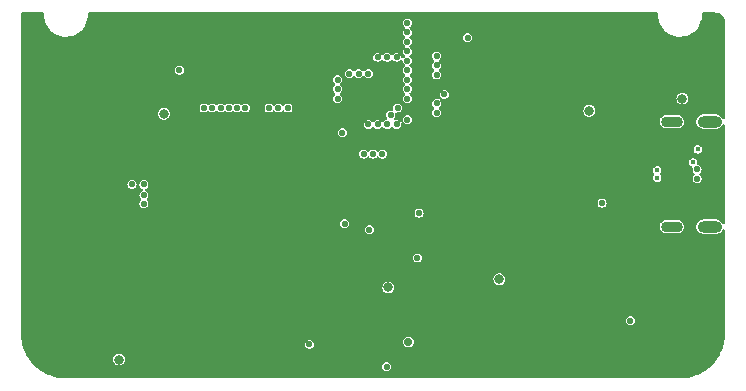
<source format=gbr>
%TF.GenerationSoftware,KiCad,Pcbnew,(6.0.9)*%
%TF.CreationDate,2022-12-01T07:32:15+10:00*%
%TF.ProjectId,NRF52Motherboard,4e524635-324d-46f7-9468-6572626f6172,rev?*%
%TF.SameCoordinates,Original*%
%TF.FileFunction,Copper,L2,Inr*%
%TF.FilePolarity,Positive*%
%FSLAX46Y46*%
G04 Gerber Fmt 4.6, Leading zero omitted, Abs format (unit mm)*
G04 Created by KiCad (PCBNEW (6.0.9)) date 2022-12-01 07:32:15*
%MOMM*%
%LPD*%
G01*
G04 APERTURE LIST*
%TA.AperFunction,ComponentPad*%
%ADD10C,6.400000*%
%TD*%
%TA.AperFunction,ComponentPad*%
%ADD11C,0.800000*%
%TD*%
%TA.AperFunction,ComponentPad*%
%ADD12O,2.050000X1.025000*%
%TD*%
%TA.AperFunction,ComponentPad*%
%ADD13O,1.850000X0.925000*%
%TD*%
%TA.AperFunction,ViaPad*%
%ADD14C,0.550000*%
%TD*%
%TA.AperFunction,ViaPad*%
%ADD15C,0.400000*%
%TD*%
%TA.AperFunction,ViaPad*%
%ADD16C,0.700000*%
%TD*%
%TA.AperFunction,ViaPad*%
%ADD17C,0.800000*%
%TD*%
G04 APERTURE END LIST*
D10*
%TO.N,GND*%
%TO.C,H2*%
X74000000Y-123200000D03*
D11*
X74000000Y-125600000D03*
X76400000Y-123200000D03*
X72302944Y-124897056D03*
X71600000Y-123200000D03*
X75697056Y-124897056D03*
X74000000Y-120800000D03*
X72302944Y-121502944D03*
X75697056Y-121502944D03*
%TD*%
%TO.N,GND*%
%TO.C,H4*%
X128400000Y-123200000D03*
X126000000Y-125600000D03*
X124302944Y-124897056D03*
X127697056Y-124897056D03*
X126000000Y-120800000D03*
X123600000Y-123200000D03*
X127697056Y-121502944D03*
X124302944Y-121502944D03*
D10*
X126000000Y-123200000D03*
%TD*%
D12*
%TO.N,unconnected-(J3-PadS1)*%
%TO.C,J3*%
X128500000Y-114150000D03*
X128500000Y-105250000D03*
D13*
X125300000Y-114150000D03*
X125300000Y-105250000D03*
%TD*%
D14*
%TO.N,GND*%
X96000000Y-97100500D03*
X83800000Y-117600000D03*
X77800000Y-116600000D03*
X90300000Y-104000000D03*
X78800000Y-116600000D03*
X75800000Y-116600000D03*
X117200000Y-113125000D03*
X112800000Y-122600000D03*
X71800000Y-116600000D03*
X74600000Y-113900000D03*
X99500000Y-117820000D03*
X93700000Y-113100000D03*
X95200000Y-106400000D03*
X74600000Y-111900000D03*
X88200000Y-106100000D03*
X127800000Y-99600000D03*
X117800000Y-106275000D03*
X93450000Y-101800000D03*
X85800000Y-115600000D03*
X93900000Y-115600000D03*
X90800000Y-112600000D03*
X90800000Y-110600000D03*
D15*
X96500000Y-115400000D03*
D14*
X71800000Y-106600000D03*
X117200000Y-106275000D03*
X116800000Y-125600000D03*
X80600000Y-109900000D03*
X84800000Y-116600000D03*
X74900000Y-110600000D03*
X70800000Y-103600000D03*
X70800000Y-114600000D03*
X70800000Y-106600000D03*
X86800000Y-123600000D03*
X90800000Y-114600000D03*
X102000000Y-110500000D03*
X84800000Y-119600000D03*
X89800000Y-110600000D03*
X88900000Y-105400000D03*
X79800000Y-115600000D03*
X109600000Y-120584000D03*
X82800000Y-109875000D03*
X70800000Y-104600000D03*
X117800000Y-111925000D03*
X117800000Y-108675000D03*
X74000000Y-101000000D03*
X118800000Y-99900000D03*
X99800000Y-102600000D03*
X117200000Y-113725000D03*
X82800000Y-108675000D03*
X85800000Y-124600000D03*
X114600000Y-104400000D03*
X71800000Y-115600000D03*
X97000000Y-105200000D03*
X82800000Y-117600000D03*
X82800000Y-105675000D03*
X97700000Y-111200000D03*
X87800000Y-125600000D03*
X94100000Y-97100500D03*
X97600000Y-105200000D03*
X70800000Y-110600000D03*
X93450000Y-106800000D03*
X82200000Y-111900000D03*
X104800000Y-107700000D03*
X90800000Y-111600000D03*
X82200000Y-106275000D03*
X121400000Y-119400000D03*
X71800000Y-110600000D03*
X82200000Y-112500000D03*
X81150000Y-118737500D03*
X82200000Y-108675000D03*
X71800000Y-100600000D03*
X118800000Y-99100000D03*
X122900000Y-115900000D03*
X109600000Y-116900000D03*
X86800000Y-125600000D03*
X117200000Y-111325000D03*
X107800000Y-124600000D03*
X96000000Y-96300000D03*
X83800000Y-118600000D03*
X97700000Y-110500000D03*
X106000000Y-107700000D03*
X85800000Y-102600000D03*
X87500000Y-106800000D03*
D15*
X97000000Y-116400000D03*
D16*
X119600000Y-109700000D03*
D14*
X74000000Y-103100000D03*
X71800000Y-103600000D03*
D15*
X126350000Y-106200000D03*
D14*
X117800000Y-106875000D03*
X86800000Y-115600000D03*
X114300000Y-117200000D03*
X86800000Y-114600000D03*
X98000000Y-125350000D03*
X87800000Y-123600000D03*
X78800000Y-113400000D03*
D15*
X109600000Y-100900000D03*
D14*
X82200000Y-113700000D03*
X117200000Y-106875000D03*
X89800000Y-113600000D03*
X82800000Y-109275000D03*
X112800000Y-125600000D03*
X105300000Y-96300000D03*
X79950000Y-122437500D03*
X107800000Y-126600000D03*
X82800000Y-108075000D03*
X87800000Y-115600000D03*
X92450000Y-101950000D03*
X109800000Y-119600000D03*
D15*
X125750000Y-113200000D03*
D14*
X87800000Y-114600000D03*
X95350000Y-96750000D03*
X110300000Y-116900000D03*
D15*
X125750000Y-106200000D03*
D14*
X122900000Y-111900000D03*
X87800000Y-113600000D03*
X104800000Y-118600000D03*
X117200000Y-108075000D03*
X70800000Y-111600000D03*
X84700000Y-109600000D03*
X96600000Y-96300000D03*
X82200000Y-107475000D03*
X82800000Y-113100000D03*
X111000000Y-116900000D03*
X116800000Y-126600000D03*
X71800000Y-112600000D03*
X117800000Y-113125000D03*
X82800000Y-113700000D03*
X117800000Y-105675000D03*
X98500000Y-103700000D03*
X122100000Y-119400000D03*
X94400000Y-113100000D03*
X96300000Y-105800000D03*
X106000000Y-107100000D03*
X71800000Y-114600000D03*
X112800000Y-120600000D03*
X95100000Y-113100000D03*
D15*
X125750000Y-106700000D03*
D14*
X123300000Y-106800000D03*
X95200000Y-108300000D03*
X105400000Y-107100000D03*
X117200000Y-105675000D03*
D15*
X109600000Y-96900000D03*
D14*
X75600000Y-109900000D03*
X97300000Y-113100000D03*
X97700000Y-109800000D03*
X78800000Y-114600000D03*
X77800000Y-117600000D03*
X70800000Y-105600000D03*
D15*
X109550000Y-102900000D03*
D14*
X70800000Y-102600000D03*
X78600000Y-109900000D03*
X92750000Y-107500000D03*
X128400000Y-101500000D03*
X91700000Y-102600000D03*
D15*
X96500000Y-116400000D03*
D14*
X96600000Y-113100000D03*
X79600000Y-109900000D03*
X109800000Y-117600000D03*
X90800000Y-113600000D03*
X104800000Y-117600000D03*
X111000000Y-120584000D03*
X97700000Y-109100000D03*
X117200000Y-112525000D03*
X116800000Y-124600000D03*
X94100000Y-96300000D03*
X82800000Y-111900000D03*
X88800000Y-111600000D03*
X74000000Y-107300000D03*
X82800000Y-106875000D03*
X117800000Y-113725000D03*
X70800000Y-117600000D03*
X70800000Y-101600000D03*
X117800000Y-110725000D03*
X70800000Y-100600000D03*
X79800000Y-117600000D03*
D15*
X97000000Y-115900000D03*
D14*
X112800000Y-121600000D03*
X76800000Y-116600000D03*
X94500000Y-108400000D03*
X92050000Y-108200000D03*
X117200000Y-107475000D03*
X86800000Y-124600000D03*
D15*
X97000000Y-115400000D03*
D14*
X113100000Y-117200000D03*
X94700000Y-97100500D03*
X122800000Y-99600000D03*
X105800000Y-118600000D03*
X75800000Y-117600000D03*
X80800000Y-117600000D03*
X71800000Y-101600000D03*
X85800000Y-101600000D03*
X78800000Y-115600000D03*
D15*
X125750000Y-112700000D03*
D14*
X71800000Y-102600000D03*
X107800000Y-125600000D03*
X119600000Y-118800000D03*
D15*
X126350000Y-113200000D03*
D14*
X83800000Y-115600000D03*
X123300000Y-115000000D03*
X70800000Y-115600000D03*
X89800000Y-111600000D03*
X88800000Y-114600000D03*
X81150000Y-119737500D03*
X104000000Y-96300000D03*
X71800000Y-105600000D03*
X117800000Y-107475000D03*
X82200000Y-113100000D03*
X117800000Y-108075000D03*
X88800000Y-115600000D03*
X96600000Y-97100500D03*
X85400000Y-108900000D03*
D15*
X96500000Y-115900000D03*
D14*
X70800000Y-113600000D03*
X71800000Y-104600000D03*
X71800000Y-111600000D03*
X123800000Y-99600000D03*
X117800000Y-111325000D03*
X94200000Y-107000000D03*
X126800000Y-118600000D03*
X74000000Y-105200000D03*
X103400000Y-96300000D03*
X112800000Y-124600000D03*
X78800000Y-117600000D03*
X97700000Y-111900000D03*
X84800000Y-120600000D03*
X112800000Y-119600000D03*
X100800000Y-101600000D03*
X82800000Y-112500000D03*
X84800000Y-118600000D03*
X81800000Y-117600000D03*
X85800000Y-125600000D03*
X118800000Y-100600000D03*
X95150000Y-109500000D03*
X93300000Y-111900000D03*
X78800000Y-112400000D03*
X81050000Y-124937500D03*
X82200000Y-111300000D03*
X71800000Y-113600000D03*
X91350000Y-108900000D03*
X95200000Y-105800000D03*
D15*
X109600000Y-98900000D03*
D14*
X70800000Y-107600000D03*
X101200000Y-110500000D03*
X91000000Y-103300000D03*
X97600000Y-120600000D03*
X76800000Y-117600000D03*
X115075000Y-117025000D03*
X95850000Y-109500000D03*
X95900000Y-113100000D03*
X82250000Y-120137500D03*
X71800000Y-107600000D03*
X89800000Y-114600000D03*
X100800000Y-102600000D03*
X70800000Y-116600000D03*
X82200000Y-109875000D03*
X93300000Y-109800000D03*
X82200000Y-108075000D03*
X86100000Y-108200000D03*
X93300000Y-111200000D03*
X94150000Y-106100000D03*
X93300000Y-112600000D03*
X86800000Y-107500000D03*
X105400000Y-108300000D03*
X94687500Y-125000000D03*
X112800000Y-126600000D03*
X120200000Y-111769500D03*
X120800000Y-119400000D03*
X71800000Y-117600000D03*
X77600000Y-109900000D03*
D16*
X106350000Y-111800000D03*
D14*
X88800000Y-112600000D03*
X117800000Y-112525000D03*
X97700000Y-112600000D03*
X87800000Y-124600000D03*
X84800000Y-117600000D03*
X82200000Y-105675000D03*
X91350000Y-108900000D03*
X117200000Y-111925000D03*
X117200000Y-110725000D03*
X113700000Y-117200000D03*
X70800000Y-112600000D03*
X70800000Y-109600000D03*
X85800000Y-116600000D03*
X114000000Y-112500000D03*
X70800000Y-108600000D03*
X79800000Y-116600000D03*
X82200000Y-106875000D03*
X93300000Y-109100000D03*
X82800000Y-106275000D03*
X71800000Y-108600000D03*
X88800000Y-113600000D03*
X74800000Y-116600000D03*
X98012500Y-124750000D03*
X117300000Y-118800000D03*
X85800000Y-123600000D03*
X89600000Y-104700000D03*
X90800000Y-109600000D03*
X110300000Y-120584000D03*
X93900000Y-108700000D03*
D15*
X97600000Y-117100000D03*
D14*
X82200000Y-109275000D03*
X106000000Y-108300000D03*
X74600000Y-112900000D03*
X94700000Y-96300000D03*
X76600000Y-109900000D03*
X120100000Y-119400000D03*
X105900000Y-96300000D03*
X117200000Y-108675000D03*
X82800000Y-107475000D03*
X82800000Y-111300000D03*
X84800000Y-115600000D03*
X86800000Y-101600000D03*
X97000000Y-120600000D03*
X105800000Y-117600000D03*
X94450000Y-101800000D03*
X89800000Y-112600000D03*
X93300000Y-110500000D03*
X105400000Y-107700000D03*
X71800000Y-109600000D03*
D17*
%TO.N,VCC*%
X118318432Y-104325500D03*
X101300000Y-119300000D03*
X110700000Y-118600000D03*
X78500000Y-125400000D03*
X126200000Y-103300000D03*
D16*
%TO.N,+5V*%
X103000000Y-123900000D03*
D14*
X121800000Y-122100000D03*
D17*
%TO.N,+3V3*%
X82300000Y-104600000D03*
D14*
%TO.N,3V3A*%
X80600000Y-110575000D03*
X79600000Y-110575000D03*
%TO.N,NRF_SWO*%
X108009250Y-98153376D03*
X102900000Y-100100000D03*
%TO.N,~{NRF_RESET}*%
X102900000Y-103300000D03*
%TO.N,USB_CONN_D+*%
X127442735Y-109300000D03*
D15*
X124063613Y-109375000D03*
%TO.N,USB_CONN_D-*%
X124063613Y-110025000D03*
D14*
X127442735Y-110100000D03*
D15*
%TO.N,/CC2*%
X127500000Y-107600000D03*
X127100000Y-108700000D03*
D14*
%TO.N,SCL*%
X99200000Y-108000000D03*
%TO.N,SDA*%
X100000000Y-108000000D03*
%TO.N,AIN2*%
X80600000Y-111500000D03*
%TO.N,P1.09*%
X103900000Y-113000000D03*
X100800000Y-108000000D03*
%TO.N,P0.26*%
X97400000Y-106200000D03*
X119400000Y-112150000D03*
%TO.N,AIN3*%
X80600000Y-112200000D03*
%TO.N,P1.08*%
X100400000Y-105500000D03*
%TO.N,P0.11*%
X101200000Y-105500000D03*
%TO.N,P0.12*%
X102000000Y-105500000D03*
%TO.N,AIN6*%
X92800000Y-104100000D03*
%TO.N,AIN7*%
X92000000Y-104100000D03*
%TO.N,AIN5*%
X91200000Y-104100000D03*
%TO.N,P1.15*%
X89200000Y-104100000D03*
%TO.N,P1.13*%
X87800000Y-104100000D03*
%TO.N,P1.11*%
X86400000Y-104100000D03*
%TO.N,AIN4*%
X97000000Y-103300000D03*
%TO.N,AIN0*%
X97000000Y-102500000D03*
%TO.N,AIN1*%
X97000000Y-101700000D03*
%TO.N,P1.14*%
X88500000Y-104100000D03*
%TO.N,P1.12*%
X87100000Y-104100000D03*
%TO.N,P0.14*%
X102900000Y-105100000D03*
%TO.N,P0.19*%
X102900000Y-102500000D03*
%TO.N,P0.21*%
X102900000Y-101700000D03*
%TO.N,P0.23*%
X102900000Y-100900000D03*
%TO.N,P0.25*%
X102900000Y-99300000D03*
%TO.N,P1.02*%
X102900000Y-98500000D03*
%TO.N,NFC1*%
X102900000Y-97700000D03*
%TO.N,NFC2*%
X102900000Y-96900000D03*
%TO.N,P0.17*%
X106050000Y-102950000D03*
%TO.N,P0.20*%
X105400000Y-101300000D03*
%TO.N,P0.22*%
X105400000Y-100500000D03*
%TO.N,P0.24*%
X105400000Y-99700000D03*
%TO.N,P1.10*%
X85700000Y-104100000D03*
%TO.N,P1.04*%
X98000000Y-101200000D03*
%TO.N,P1.06*%
X98800000Y-101200000D03*
%TO.N,P1.07*%
X99600000Y-101200000D03*
%TO.N,P1.05*%
X100400000Y-99800000D03*
%TO.N,P1.03*%
X101200000Y-99800000D03*
%TO.N,P1.01*%
X102000000Y-99800000D03*
%TO.N,P0.16*%
X102100000Y-104100000D03*
%TO.N,P0.13*%
X105400000Y-104500000D03*
X101500000Y-104700000D03*
X83600000Y-100900000D03*
%TO.N,P0.15*%
X105400000Y-103700000D03*
%TO.N,P0.07*%
X99600000Y-105500000D03*
%TO.N,/P0.27*%
X99700000Y-114400000D03*
X97600000Y-113900000D03*
%TO.N,~{CHARGE}*%
X101150000Y-126000000D03*
X94612500Y-124100000D03*
X103750000Y-116800000D03*
%TD*%
%TA.AperFunction,Conductor*%
%TO.N,GND*%
G36*
X72088767Y-96020002D02*
G01*
X72135260Y-96073658D01*
X72146490Y-96132265D01*
X72141258Y-96237371D01*
X72141018Y-96242186D01*
X72166579Y-96510100D01*
X72167664Y-96514534D01*
X72167665Y-96514540D01*
X72208884Y-96682988D01*
X72230547Y-96771518D01*
X72331583Y-97020963D01*
X72467569Y-97253210D01*
X72635658Y-97463395D01*
X72832327Y-97647113D01*
X73053457Y-97800516D01*
X73294416Y-97920391D01*
X73298750Y-97921812D01*
X73298753Y-97921813D01*
X73545823Y-98002807D01*
X73545829Y-98002808D01*
X73550156Y-98004227D01*
X73554647Y-98005007D01*
X73554648Y-98005007D01*
X73811538Y-98049611D01*
X73811546Y-98049612D01*
X73815319Y-98050267D01*
X73819156Y-98050458D01*
X73898777Y-98054422D01*
X73898785Y-98054422D01*
X73900348Y-98054500D01*
X74068374Y-98054500D01*
X74070642Y-98054335D01*
X74070654Y-98054335D01*
X74207107Y-98044434D01*
X74268425Y-98039985D01*
X74272880Y-98039001D01*
X74272883Y-98039001D01*
X74526770Y-97982947D01*
X74526772Y-97982946D01*
X74531226Y-97981963D01*
X74782900Y-97886613D01*
X74870372Y-97838027D01*
X75014179Y-97758149D01*
X75014180Y-97758148D01*
X75018172Y-97755931D01*
X75164842Y-97643996D01*
X75228491Y-97595421D01*
X75228495Y-97595417D01*
X75232116Y-97592654D01*
X75243249Y-97581266D01*
X75417063Y-97403462D01*
X75420249Y-97400203D01*
X75481707Y-97315769D01*
X75575942Y-97186304D01*
X75575947Y-97186297D01*
X75578630Y-97182610D01*
X75703941Y-96944433D01*
X75793557Y-96690662D01*
X75818688Y-96563156D01*
X75844720Y-96431083D01*
X75844721Y-96431077D01*
X75845601Y-96426611D01*
X75845828Y-96422055D01*
X75858755Y-96162383D01*
X75858755Y-96162377D01*
X75858982Y-96157814D01*
X75857088Y-96137967D01*
X75870528Y-96068257D01*
X75919524Y-96016877D01*
X75982518Y-96000000D01*
X124020646Y-96000000D01*
X124088767Y-96020002D01*
X124135260Y-96073658D01*
X124146490Y-96132265D01*
X124141258Y-96237371D01*
X124141018Y-96242186D01*
X124166579Y-96510100D01*
X124167664Y-96514534D01*
X124167665Y-96514540D01*
X124208884Y-96682988D01*
X124230547Y-96771518D01*
X124331583Y-97020963D01*
X124467569Y-97253210D01*
X124635658Y-97463395D01*
X124832327Y-97647113D01*
X125053457Y-97800516D01*
X125294416Y-97920391D01*
X125298750Y-97921812D01*
X125298753Y-97921813D01*
X125545823Y-98002807D01*
X125545829Y-98002808D01*
X125550156Y-98004227D01*
X125554647Y-98005007D01*
X125554648Y-98005007D01*
X125811538Y-98049611D01*
X125811546Y-98049612D01*
X125815319Y-98050267D01*
X125819156Y-98050458D01*
X125898777Y-98054422D01*
X125898785Y-98054422D01*
X125900348Y-98054500D01*
X126068374Y-98054500D01*
X126070642Y-98054335D01*
X126070654Y-98054335D01*
X126207107Y-98044434D01*
X126268425Y-98039985D01*
X126272880Y-98039001D01*
X126272883Y-98039001D01*
X126526770Y-97982947D01*
X126526772Y-97982946D01*
X126531226Y-97981963D01*
X126782900Y-97886613D01*
X126870372Y-97838027D01*
X127014179Y-97758149D01*
X127014180Y-97758148D01*
X127018172Y-97755931D01*
X127164842Y-97643996D01*
X127228491Y-97595421D01*
X127228495Y-97595417D01*
X127232116Y-97592654D01*
X127243249Y-97581266D01*
X127417063Y-97403462D01*
X127420249Y-97400203D01*
X127481707Y-97315769D01*
X127575942Y-97186304D01*
X127575947Y-97186297D01*
X127578630Y-97182610D01*
X127703941Y-96944433D01*
X127793557Y-96690662D01*
X127818688Y-96563156D01*
X127844720Y-96431083D01*
X127844721Y-96431077D01*
X127845601Y-96426611D01*
X127845828Y-96422055D01*
X127858755Y-96162383D01*
X127858755Y-96162377D01*
X127858982Y-96157814D01*
X127857088Y-96137967D01*
X127870528Y-96068257D01*
X127919524Y-96016877D01*
X127982518Y-96000000D01*
X128893813Y-96000000D01*
X128906163Y-96000607D01*
X129082740Y-96017999D01*
X129106957Y-96022815D01*
X129256762Y-96068257D01*
X129270809Y-96072518D01*
X129293629Y-96081971D01*
X129444631Y-96162683D01*
X129465158Y-96176399D01*
X129597521Y-96285026D01*
X129614974Y-96302479D01*
X129723601Y-96434842D01*
X129737317Y-96455369D01*
X129784622Y-96543870D01*
X129799500Y-96603266D01*
X129799500Y-104912392D01*
X129779498Y-104980513D01*
X129725842Y-105027006D01*
X129655568Y-105037110D01*
X129590988Y-105007616D01*
X129567115Y-104979906D01*
X129492832Y-104862853D01*
X129492825Y-104862844D01*
X129488579Y-104856154D01*
X129457645Y-104827105D01*
X129381453Y-104755555D01*
X129381448Y-104755552D01*
X129375676Y-104750131D01*
X129239954Y-104675517D01*
X129089940Y-104637000D01*
X127948935Y-104637000D01*
X127894123Y-104643924D01*
X127841706Y-104650546D01*
X127841703Y-104650547D01*
X127833841Y-104651540D01*
X127826474Y-104654457D01*
X127826473Y-104654457D01*
X127793457Y-104667529D01*
X127689838Y-104708555D01*
X127683427Y-104713213D01*
X127683425Y-104713214D01*
X127588901Y-104781890D01*
X127564538Y-104799591D01*
X127465813Y-104918928D01*
X127399869Y-105059067D01*
X127398384Y-105066850D01*
X127398383Y-105066854D01*
X127375912Y-105184651D01*
X127370847Y-105211203D01*
X127374627Y-105271282D01*
X127378501Y-105332856D01*
X127380572Y-105365778D01*
X127428433Y-105513077D01*
X127511421Y-105643846D01*
X127517201Y-105649274D01*
X127517202Y-105649275D01*
X127618547Y-105744445D01*
X127618552Y-105744448D01*
X127624324Y-105749869D01*
X127760046Y-105824483D01*
X127910060Y-105863000D01*
X129051065Y-105863000D01*
X129105877Y-105856076D01*
X129158294Y-105849454D01*
X129158297Y-105849453D01*
X129166159Y-105848460D01*
X129173526Y-105845543D01*
X129173527Y-105845543D01*
X129221737Y-105826455D01*
X129310162Y-105791445D01*
X129367387Y-105749869D01*
X129429048Y-105705069D01*
X129435462Y-105700409D01*
X129534187Y-105581072D01*
X129559492Y-105527296D01*
X129606594Y-105474175D01*
X129674939Y-105454952D01*
X129742827Y-105475731D01*
X129788704Y-105529914D01*
X129799500Y-105580944D01*
X129799500Y-113812392D01*
X129779498Y-113880513D01*
X129725842Y-113927006D01*
X129655568Y-113937110D01*
X129590988Y-113907616D01*
X129567115Y-113879906D01*
X129492832Y-113762853D01*
X129492825Y-113762844D01*
X129488579Y-113756154D01*
X129475041Y-113743441D01*
X129381453Y-113655555D01*
X129381448Y-113655552D01*
X129375676Y-113650131D01*
X129239954Y-113575517D01*
X129089940Y-113537000D01*
X127948935Y-113537000D01*
X127894123Y-113543924D01*
X127841706Y-113550546D01*
X127841703Y-113550547D01*
X127833841Y-113551540D01*
X127826474Y-113554457D01*
X127826473Y-113554457D01*
X127793457Y-113567529D01*
X127689838Y-113608555D01*
X127683427Y-113613213D01*
X127683425Y-113613214D01*
X127625828Y-113655061D01*
X127564538Y-113699591D01*
X127465813Y-113818928D01*
X127399869Y-113959067D01*
X127398384Y-113966850D01*
X127398383Y-113966854D01*
X127385532Y-114034222D01*
X127370847Y-114111203D01*
X127380572Y-114265778D01*
X127428433Y-114413077D01*
X127511421Y-114543846D01*
X127517201Y-114549274D01*
X127517202Y-114549275D01*
X127618547Y-114644445D01*
X127618552Y-114644448D01*
X127624324Y-114649869D01*
X127760046Y-114724483D01*
X127910060Y-114763000D01*
X129051065Y-114763000D01*
X129105877Y-114756076D01*
X129158294Y-114749454D01*
X129158297Y-114749453D01*
X129166159Y-114748460D01*
X129173526Y-114745543D01*
X129173527Y-114745543D01*
X129221737Y-114726455D01*
X129310162Y-114691445D01*
X129367387Y-114649869D01*
X129429048Y-114605069D01*
X129435462Y-114600409D01*
X129534187Y-114481072D01*
X129559492Y-114427296D01*
X129606594Y-114374175D01*
X129674939Y-114354952D01*
X129742827Y-114375731D01*
X129788704Y-114429914D01*
X129799500Y-114480944D01*
X129799500Y-123162920D01*
X129797534Y-123180242D01*
X129797524Y-123185811D01*
X129794344Y-123199641D01*
X129797476Y-123213480D01*
X129797451Y-123227671D01*
X129797058Y-123227670D01*
X129797750Y-123235627D01*
X129782139Y-123553399D01*
X129781508Y-123566234D01*
X129780296Y-123578534D01*
X129731684Y-123906258D01*
X129727403Y-123935119D01*
X129724992Y-123947244D01*
X129700142Y-124046450D01*
X129637397Y-124296940D01*
X129633807Y-124308772D01*
X129512368Y-124648169D01*
X129507637Y-124659593D01*
X129479532Y-124719017D01*
X129372239Y-124945871D01*
X129353506Y-124985478D01*
X129347677Y-124996383D01*
X129162349Y-125305583D01*
X129155479Y-125315864D01*
X128940736Y-125605411D01*
X128932911Y-125614948D01*
X128691534Y-125881266D01*
X128690809Y-125882066D01*
X128682071Y-125890804D01*
X128414948Y-126132911D01*
X128405411Y-126140736D01*
X128302565Y-126217012D01*
X128115864Y-126355479D01*
X128105583Y-126362349D01*
X127796383Y-126547677D01*
X127785482Y-126553504D01*
X127686444Y-126600345D01*
X127459593Y-126707637D01*
X127448169Y-126712368D01*
X127108772Y-126833807D01*
X127096940Y-126837397D01*
X126923077Y-126880948D01*
X126747244Y-126924992D01*
X126735122Y-126927402D01*
X126378534Y-126980296D01*
X126366240Y-126981507D01*
X126073290Y-126995900D01*
X126036194Y-126997722D01*
X126028378Y-126997029D01*
X126028377Y-126997549D01*
X126014188Y-126997524D01*
X126000359Y-126994344D01*
X125986520Y-126997475D01*
X125981689Y-126997467D01*
X125963496Y-126999500D01*
X74037080Y-126999500D01*
X74019758Y-126997534D01*
X74014189Y-126997524D01*
X74000359Y-126994344D01*
X73986520Y-126997476D01*
X73972329Y-126997451D01*
X73972330Y-126997058D01*
X73964373Y-126997750D01*
X73633760Y-126981507D01*
X73621466Y-126980296D01*
X73264878Y-126927402D01*
X73252756Y-126924992D01*
X73076923Y-126880948D01*
X72903060Y-126837397D01*
X72891228Y-126833807D01*
X72551831Y-126712368D01*
X72540407Y-126707637D01*
X72313556Y-126600345D01*
X72214518Y-126553504D01*
X72203617Y-126547677D01*
X71894417Y-126362349D01*
X71884136Y-126355479D01*
X71697435Y-126217012D01*
X71594589Y-126140736D01*
X71585052Y-126132911D01*
X71438408Y-126000000D01*
X100765769Y-126000000D01*
X100784575Y-126118734D01*
X100839151Y-126225845D01*
X100924155Y-126310849D01*
X101031266Y-126365425D01*
X101150000Y-126384231D01*
X101159792Y-126382680D01*
X101258942Y-126366976D01*
X101268734Y-126365425D01*
X101375845Y-126310849D01*
X101460849Y-126225845D01*
X101515425Y-126118734D01*
X101534231Y-126000000D01*
X101518673Y-125901770D01*
X101516976Y-125891058D01*
X101515425Y-125881266D01*
X101460849Y-125774155D01*
X101375845Y-125689151D01*
X101268734Y-125634575D01*
X101150000Y-125615769D01*
X101031266Y-125634575D01*
X100924155Y-125689151D01*
X100839151Y-125774155D01*
X100784575Y-125881266D01*
X100783024Y-125891058D01*
X100781327Y-125901770D01*
X100765769Y-126000000D01*
X71438408Y-126000000D01*
X71317929Y-125890804D01*
X71309191Y-125882066D01*
X71308466Y-125881266D01*
X71067089Y-125614948D01*
X71059264Y-125605411D01*
X70902339Y-125393823D01*
X77994391Y-125393823D01*
X77995555Y-125402725D01*
X77995555Y-125402728D01*
X77996814Y-125412354D01*
X78012980Y-125535979D01*
X78070720Y-125667203D01*
X78076497Y-125674076D01*
X78076498Y-125674077D01*
X78126928Y-125734071D01*
X78162970Y-125776948D01*
X78282313Y-125856390D01*
X78419157Y-125899142D01*
X78428129Y-125899306D01*
X78428132Y-125899307D01*
X78493463Y-125900504D01*
X78562499Y-125901770D01*
X78571533Y-125899307D01*
X78692158Y-125866421D01*
X78692160Y-125866420D01*
X78700817Y-125864060D01*
X78822991Y-125789045D01*
X78919200Y-125682754D01*
X78981710Y-125553733D01*
X79005496Y-125412354D01*
X79005647Y-125400000D01*
X78993598Y-125315864D01*
X78986596Y-125266968D01*
X78986595Y-125266965D01*
X78985323Y-125258082D01*
X78925984Y-125127572D01*
X78907598Y-125106234D01*
X78838260Y-125025763D01*
X78838257Y-125025760D01*
X78832400Y-125018963D01*
X78712095Y-124940985D01*
X78574739Y-124899907D01*
X78565763Y-124899852D01*
X78565762Y-124899852D01*
X78505555Y-124899484D01*
X78431376Y-124899031D01*
X78293529Y-124938428D01*
X78172280Y-125014930D01*
X78077377Y-125122388D01*
X78016447Y-125252163D01*
X77994391Y-125393823D01*
X70902339Y-125393823D01*
X70844521Y-125315864D01*
X70837651Y-125305583D01*
X70652323Y-124996383D01*
X70646494Y-124985478D01*
X70627762Y-124945871D01*
X70520468Y-124719017D01*
X70492363Y-124659593D01*
X70487632Y-124648169D01*
X70366193Y-124308772D01*
X70362603Y-124296940D01*
X70313272Y-124100000D01*
X94228269Y-124100000D01*
X94247075Y-124218734D01*
X94301651Y-124325845D01*
X94386655Y-124410849D01*
X94493766Y-124465425D01*
X94612500Y-124484231D01*
X94622292Y-124482680D01*
X94721442Y-124466976D01*
X94731234Y-124465425D01*
X94838345Y-124410849D01*
X94923349Y-124325845D01*
X94977925Y-124218734D01*
X94996731Y-124100000D01*
X94977925Y-123981266D01*
X94933685Y-123894440D01*
X102544901Y-123894440D01*
X102546065Y-123903342D01*
X102546065Y-123903345D01*
X102560468Y-124013489D01*
X102560469Y-124013493D01*
X102561633Y-124022394D01*
X102613605Y-124140510D01*
X102696639Y-124239291D01*
X102704116Y-124244268D01*
X102792254Y-124302937D01*
X102804060Y-124310796D01*
X102927233Y-124349278D01*
X102936203Y-124349442D01*
X102936207Y-124349443D01*
X102994942Y-124350519D01*
X103056255Y-124351643D01*
X103150880Y-124325845D01*
X103172092Y-124320062D01*
X103172093Y-124320062D01*
X103180755Y-124317700D01*
X103188405Y-124313003D01*
X103188407Y-124313002D01*
X103283072Y-124254878D01*
X103283075Y-124254875D01*
X103290724Y-124250179D01*
X103296750Y-124243522D01*
X103371300Y-124161161D01*
X103371303Y-124161157D01*
X103377322Y-124154507D01*
X103433588Y-124038375D01*
X103441549Y-123991058D01*
X103454190Y-123915917D01*
X103454997Y-123911120D01*
X103455133Y-123900000D01*
X103447748Y-123848433D01*
X103438112Y-123781145D01*
X103438111Y-123781142D01*
X103436839Y-123772259D01*
X103411860Y-123717320D01*
X103387145Y-123662962D01*
X103387143Y-123662959D01*
X103383428Y-123654788D01*
X103317728Y-123578539D01*
X103305051Y-123563826D01*
X103305049Y-123563824D01*
X103299193Y-123557028D01*
X103190906Y-123486841D01*
X103182311Y-123484271D01*
X103182310Y-123484270D01*
X103075874Y-123452438D01*
X103075872Y-123452438D01*
X103067273Y-123449866D01*
X103058298Y-123449811D01*
X103058297Y-123449811D01*
X103003641Y-123449477D01*
X102938231Y-123449078D01*
X102926475Y-123452438D01*
X102822786Y-123482072D01*
X102822784Y-123482073D01*
X102814155Y-123484539D01*
X102705019Y-123553399D01*
X102619596Y-123650122D01*
X102615782Y-123658245D01*
X102615781Y-123658247D01*
X102589794Y-123713598D01*
X102564754Y-123766932D01*
X102561295Y-123789151D01*
X102546282Y-123885567D01*
X102546282Y-123885571D01*
X102544901Y-123894440D01*
X94933685Y-123894440D01*
X94923349Y-123874155D01*
X94838345Y-123789151D01*
X94731234Y-123734575D01*
X94612500Y-123715769D01*
X94493766Y-123734575D01*
X94386655Y-123789151D01*
X94301651Y-123874155D01*
X94247075Y-123981266D01*
X94228269Y-124100000D01*
X70313272Y-124100000D01*
X70299858Y-124046450D01*
X70275008Y-123947244D01*
X70272597Y-123935119D01*
X70268316Y-123906258D01*
X70219704Y-123578534D01*
X70218492Y-123566234D01*
X70217862Y-123553399D01*
X70202292Y-123236473D01*
X70204229Y-123214876D01*
X70203227Y-123214761D01*
X70204042Y-123207677D01*
X70205655Y-123200718D01*
X70205656Y-123200000D01*
X70203654Y-123191225D01*
X70200500Y-123163210D01*
X70200500Y-122100000D01*
X121415769Y-122100000D01*
X121434575Y-122218734D01*
X121489151Y-122325845D01*
X121574155Y-122410849D01*
X121681266Y-122465425D01*
X121800000Y-122484231D01*
X121809792Y-122482680D01*
X121908942Y-122466976D01*
X121918734Y-122465425D01*
X122025845Y-122410849D01*
X122110849Y-122325845D01*
X122165425Y-122218734D01*
X122184231Y-122100000D01*
X122165425Y-121981266D01*
X122110849Y-121874155D01*
X122025845Y-121789151D01*
X121918734Y-121734575D01*
X121800000Y-121715769D01*
X121681266Y-121734575D01*
X121574155Y-121789151D01*
X121489151Y-121874155D01*
X121434575Y-121981266D01*
X121415769Y-122100000D01*
X70200500Y-122100000D01*
X70200500Y-119293823D01*
X100794391Y-119293823D01*
X100795555Y-119302725D01*
X100795555Y-119302728D01*
X100796814Y-119312354D01*
X100812980Y-119435979D01*
X100870720Y-119567203D01*
X100876497Y-119574076D01*
X100876498Y-119574077D01*
X100883792Y-119582754D01*
X100962970Y-119676948D01*
X101082313Y-119756390D01*
X101219157Y-119799142D01*
X101228129Y-119799306D01*
X101228132Y-119799307D01*
X101293463Y-119800504D01*
X101362499Y-119801770D01*
X101371533Y-119799307D01*
X101492158Y-119766421D01*
X101492160Y-119766420D01*
X101500817Y-119764060D01*
X101622991Y-119689045D01*
X101719200Y-119582754D01*
X101781710Y-119453733D01*
X101805496Y-119312354D01*
X101805647Y-119300000D01*
X101785323Y-119158082D01*
X101725984Y-119027572D01*
X101692787Y-118989045D01*
X101638260Y-118925763D01*
X101638257Y-118925760D01*
X101632400Y-118918963D01*
X101512095Y-118840985D01*
X101374739Y-118799907D01*
X101365763Y-118799852D01*
X101365762Y-118799852D01*
X101305555Y-118799484D01*
X101231376Y-118799031D01*
X101093529Y-118838428D01*
X100972280Y-118914930D01*
X100877377Y-119022388D01*
X100816447Y-119152163D01*
X100794391Y-119293823D01*
X70200500Y-119293823D01*
X70200500Y-118593823D01*
X110194391Y-118593823D01*
X110195555Y-118602725D01*
X110195555Y-118602728D01*
X110196814Y-118612354D01*
X110212980Y-118735979D01*
X110270720Y-118867203D01*
X110276497Y-118874076D01*
X110276498Y-118874077D01*
X110357190Y-118970072D01*
X110362970Y-118976948D01*
X110482313Y-119056390D01*
X110619157Y-119099142D01*
X110628129Y-119099306D01*
X110628132Y-119099307D01*
X110693463Y-119100504D01*
X110762499Y-119101770D01*
X110771533Y-119099307D01*
X110892158Y-119066421D01*
X110892160Y-119066420D01*
X110900817Y-119064060D01*
X111022991Y-118989045D01*
X111119200Y-118882754D01*
X111181710Y-118753733D01*
X111205496Y-118612354D01*
X111205647Y-118600000D01*
X111185323Y-118458082D01*
X111125984Y-118327572D01*
X111107598Y-118306234D01*
X111038260Y-118225763D01*
X111038257Y-118225760D01*
X111032400Y-118218963D01*
X110912095Y-118140985D01*
X110774739Y-118099907D01*
X110765763Y-118099852D01*
X110765762Y-118099852D01*
X110705555Y-118099484D01*
X110631376Y-118099031D01*
X110493529Y-118138428D01*
X110372280Y-118214930D01*
X110277377Y-118322388D01*
X110216447Y-118452163D01*
X110194391Y-118593823D01*
X70200500Y-118593823D01*
X70200500Y-116800000D01*
X103365769Y-116800000D01*
X103384575Y-116918734D01*
X103439151Y-117025845D01*
X103524155Y-117110849D01*
X103631266Y-117165425D01*
X103750000Y-117184231D01*
X103759792Y-117182680D01*
X103858942Y-117166976D01*
X103868734Y-117165425D01*
X103975845Y-117110849D01*
X104060849Y-117025845D01*
X104115425Y-116918734D01*
X104134231Y-116800000D01*
X104115425Y-116681266D01*
X104060849Y-116574155D01*
X103975845Y-116489151D01*
X103868734Y-116434575D01*
X103750000Y-116415769D01*
X103631266Y-116434575D01*
X103524155Y-116489151D01*
X103439151Y-116574155D01*
X103384575Y-116681266D01*
X103365769Y-116800000D01*
X70200500Y-116800000D01*
X70200500Y-114400000D01*
X99315769Y-114400000D01*
X99334575Y-114518734D01*
X99389151Y-114625845D01*
X99474155Y-114710849D01*
X99581266Y-114765425D01*
X99700000Y-114784231D01*
X99709792Y-114782680D01*
X99808942Y-114766976D01*
X99818734Y-114765425D01*
X99925845Y-114710849D01*
X100010849Y-114625845D01*
X100065425Y-114518734D01*
X100084231Y-114400000D01*
X100065425Y-114281266D01*
X100010849Y-114174155D01*
X99986694Y-114150000D01*
X124269642Y-114150000D01*
X124270720Y-114158188D01*
X124287314Y-114284231D01*
X124288991Y-114296972D01*
X124292150Y-114304598D01*
X124339856Y-114419769D01*
X124345721Y-114433929D01*
X124435964Y-114551536D01*
X124553571Y-114641779D01*
X124561197Y-114644938D01*
X124561199Y-114644939D01*
X124641947Y-114678386D01*
X124690528Y-114698509D01*
X124698712Y-114699586D01*
X124698714Y-114699587D01*
X124784260Y-114710849D01*
X124800599Y-114713000D01*
X125799401Y-114713000D01*
X125815740Y-114710849D01*
X125901286Y-114699587D01*
X125901288Y-114699586D01*
X125909472Y-114698509D01*
X125958053Y-114678386D01*
X126038801Y-114644939D01*
X126038803Y-114644938D01*
X126046429Y-114641779D01*
X126164036Y-114551536D01*
X126254279Y-114433929D01*
X126260145Y-114419769D01*
X126307850Y-114304598D01*
X126311009Y-114296972D01*
X126312687Y-114284231D01*
X126329280Y-114158188D01*
X126330358Y-114150000D01*
X126312891Y-114017320D01*
X126312087Y-114011214D01*
X126312086Y-114011212D01*
X126311009Y-114003028D01*
X126264277Y-113890208D01*
X126257439Y-113873699D01*
X126257438Y-113873697D01*
X126254279Y-113866071D01*
X126164036Y-113748464D01*
X126046429Y-113658221D01*
X126038803Y-113655062D01*
X126038801Y-113655061D01*
X125958053Y-113621614D01*
X125909472Y-113601491D01*
X125901288Y-113600414D01*
X125901286Y-113600413D01*
X125803488Y-113587538D01*
X125803487Y-113587538D01*
X125799401Y-113587000D01*
X124800599Y-113587000D01*
X124796513Y-113587538D01*
X124796512Y-113587538D01*
X124698714Y-113600413D01*
X124698712Y-113600414D01*
X124690528Y-113601491D01*
X124641947Y-113621614D01*
X124561199Y-113655061D01*
X124561197Y-113655062D01*
X124553571Y-113658221D01*
X124435964Y-113748464D01*
X124345721Y-113866071D01*
X124342562Y-113873697D01*
X124342561Y-113873699D01*
X124335723Y-113890208D01*
X124288991Y-114003028D01*
X124287914Y-114011212D01*
X124287913Y-114011214D01*
X124287109Y-114017320D01*
X124269642Y-114150000D01*
X99986694Y-114150000D01*
X99925845Y-114089151D01*
X99818734Y-114034575D01*
X99700000Y-114015769D01*
X99581266Y-114034575D01*
X99474155Y-114089151D01*
X99389151Y-114174155D01*
X99334575Y-114281266D01*
X99315769Y-114400000D01*
X70200500Y-114400000D01*
X70200500Y-113900000D01*
X97215769Y-113900000D01*
X97234575Y-114018734D01*
X97289151Y-114125845D01*
X97374155Y-114210849D01*
X97481266Y-114265425D01*
X97600000Y-114284231D01*
X97609792Y-114282680D01*
X97708942Y-114266976D01*
X97718734Y-114265425D01*
X97825845Y-114210849D01*
X97910849Y-114125845D01*
X97965425Y-114018734D01*
X97984231Y-113900000D01*
X97965425Y-113781266D01*
X97910849Y-113674155D01*
X97825845Y-113589151D01*
X97718734Y-113534575D01*
X97600000Y-113515769D01*
X97481266Y-113534575D01*
X97374155Y-113589151D01*
X97289151Y-113674155D01*
X97234575Y-113781266D01*
X97215769Y-113900000D01*
X70200500Y-113900000D01*
X70200500Y-113000000D01*
X103515769Y-113000000D01*
X103534575Y-113118734D01*
X103589151Y-113225845D01*
X103674155Y-113310849D01*
X103781266Y-113365425D01*
X103900000Y-113384231D01*
X103909792Y-113382680D01*
X104008942Y-113366976D01*
X104018734Y-113365425D01*
X104125845Y-113310849D01*
X104210849Y-113225845D01*
X104265425Y-113118734D01*
X104284231Y-113000000D01*
X104265425Y-112881266D01*
X104210849Y-112774155D01*
X104125845Y-112689151D01*
X104018734Y-112634575D01*
X103900000Y-112615769D01*
X103781266Y-112634575D01*
X103674155Y-112689151D01*
X103589151Y-112774155D01*
X103534575Y-112881266D01*
X103515769Y-113000000D01*
X70200500Y-113000000D01*
X70200500Y-110575000D01*
X79215769Y-110575000D01*
X79234575Y-110693734D01*
X79289151Y-110800845D01*
X79374155Y-110885849D01*
X79481266Y-110940425D01*
X79600000Y-110959231D01*
X79609792Y-110957680D01*
X79708942Y-110941976D01*
X79718734Y-110940425D01*
X79825845Y-110885849D01*
X79910849Y-110800845D01*
X79965425Y-110693734D01*
X79975551Y-110629802D01*
X80001046Y-110576023D01*
X80000112Y-110573977D01*
X80198954Y-110573977D01*
X80224449Y-110629802D01*
X80234575Y-110693734D01*
X80289151Y-110800845D01*
X80374155Y-110885849D01*
X80444689Y-110921788D01*
X80451450Y-110925233D01*
X80503065Y-110973982D01*
X80520131Y-111042896D01*
X80497230Y-111110098D01*
X80451450Y-111149767D01*
X80374155Y-111189151D01*
X80289151Y-111274155D01*
X80234575Y-111381266D01*
X80215769Y-111500000D01*
X80234575Y-111618734D01*
X80289151Y-111725845D01*
X80324211Y-111760905D01*
X80358237Y-111823217D01*
X80353172Y-111894032D01*
X80324211Y-111939095D01*
X80289151Y-111974155D01*
X80234575Y-112081266D01*
X80215769Y-112200000D01*
X80234575Y-112318734D01*
X80289151Y-112425845D01*
X80374155Y-112510849D01*
X80481266Y-112565425D01*
X80600000Y-112584231D01*
X80609792Y-112582680D01*
X80708942Y-112566976D01*
X80718734Y-112565425D01*
X80825845Y-112510849D01*
X80910849Y-112425845D01*
X80965425Y-112318734D01*
X80984231Y-112200000D01*
X80976312Y-112150000D01*
X119015769Y-112150000D01*
X119034575Y-112268734D01*
X119089151Y-112375845D01*
X119174155Y-112460849D01*
X119281266Y-112515425D01*
X119400000Y-112534231D01*
X119409792Y-112532680D01*
X119508942Y-112516976D01*
X119518734Y-112515425D01*
X119625845Y-112460849D01*
X119710849Y-112375845D01*
X119765425Y-112268734D01*
X119784231Y-112150000D01*
X119765425Y-112031266D01*
X119710849Y-111924155D01*
X119625845Y-111839151D01*
X119518734Y-111784575D01*
X119400000Y-111765769D01*
X119281266Y-111784575D01*
X119174155Y-111839151D01*
X119089151Y-111924155D01*
X119034575Y-112031266D01*
X119015769Y-112150000D01*
X80976312Y-112150000D01*
X80965425Y-112081266D01*
X80910849Y-111974155D01*
X80875789Y-111939095D01*
X80841763Y-111876783D01*
X80846828Y-111805968D01*
X80875789Y-111760905D01*
X80910849Y-111725845D01*
X80965425Y-111618734D01*
X80984231Y-111500000D01*
X80965425Y-111381266D01*
X80910849Y-111274155D01*
X80825845Y-111189151D01*
X80748550Y-111149767D01*
X80696935Y-111101018D01*
X80679869Y-111032104D01*
X80702770Y-110964902D01*
X80748550Y-110925233D01*
X80755311Y-110921788D01*
X80825845Y-110885849D01*
X80910849Y-110800845D01*
X80965425Y-110693734D01*
X80984231Y-110575000D01*
X80965425Y-110456266D01*
X80910849Y-110349155D01*
X80825845Y-110264151D01*
X80718734Y-110209575D01*
X80600000Y-110190769D01*
X80481266Y-110209575D01*
X80374155Y-110264151D01*
X80289151Y-110349155D01*
X80234575Y-110456266D01*
X80233024Y-110466058D01*
X80224449Y-110520198D01*
X80198954Y-110573977D01*
X80000112Y-110573977D01*
X79975551Y-110520198D01*
X79966976Y-110466058D01*
X79965425Y-110456266D01*
X79910849Y-110349155D01*
X79825845Y-110264151D01*
X79718734Y-110209575D01*
X79600000Y-110190769D01*
X79481266Y-110209575D01*
X79374155Y-110264151D01*
X79289151Y-110349155D01*
X79234575Y-110456266D01*
X79215769Y-110575000D01*
X70200500Y-110575000D01*
X70200500Y-110025000D01*
X123704694Y-110025000D01*
X123722261Y-110135912D01*
X123726762Y-110144746D01*
X123726763Y-110144749D01*
X123747131Y-110184722D01*
X123773241Y-110235967D01*
X123852646Y-110315372D01*
X123886961Y-110332856D01*
X123943864Y-110361850D01*
X123943867Y-110361851D01*
X123952701Y-110366352D01*
X124063613Y-110383919D01*
X124174525Y-110366352D01*
X124183359Y-110361851D01*
X124183362Y-110361850D01*
X124240265Y-110332856D01*
X124274580Y-110315372D01*
X124353985Y-110235967D01*
X124380095Y-110184722D01*
X124400463Y-110144749D01*
X124400464Y-110144746D01*
X124404965Y-110135912D01*
X124422532Y-110025000D01*
X124404965Y-109914088D01*
X124400464Y-109905254D01*
X124400463Y-109905251D01*
X124380095Y-109865278D01*
X124353985Y-109814033D01*
X124329047Y-109789095D01*
X124295021Y-109726783D01*
X124300086Y-109655968D01*
X124329047Y-109610905D01*
X124353985Y-109585967D01*
X124389119Y-109517012D01*
X124400463Y-109494749D01*
X124400464Y-109494746D01*
X124404965Y-109485912D01*
X124422532Y-109375000D01*
X124404965Y-109264088D01*
X124400464Y-109255254D01*
X124400463Y-109255251D01*
X124380095Y-109215278D01*
X124353985Y-109164033D01*
X124274580Y-109084628D01*
X124223335Y-109058518D01*
X124183362Y-109038150D01*
X124183359Y-109038149D01*
X124174525Y-109033648D01*
X124063613Y-109016081D01*
X123952701Y-109033648D01*
X123943867Y-109038149D01*
X123943864Y-109038150D01*
X123903891Y-109058518D01*
X123852646Y-109084628D01*
X123773241Y-109164033D01*
X123747131Y-109215278D01*
X123726763Y-109255251D01*
X123726762Y-109255254D01*
X123722261Y-109264088D01*
X123704694Y-109375000D01*
X123722261Y-109485912D01*
X123726762Y-109494746D01*
X123726763Y-109494749D01*
X123738107Y-109517012D01*
X123773241Y-109585967D01*
X123798179Y-109610905D01*
X123832205Y-109673217D01*
X123827140Y-109744032D01*
X123798179Y-109789095D01*
X123773241Y-109814033D01*
X123747131Y-109865278D01*
X123726763Y-109905251D01*
X123726762Y-109905254D01*
X123722261Y-109914088D01*
X123704694Y-110025000D01*
X70200500Y-110025000D01*
X70200500Y-108700000D01*
X126741081Y-108700000D01*
X126758648Y-108810912D01*
X126763149Y-108819746D01*
X126763150Y-108819749D01*
X126774496Y-108842016D01*
X126809628Y-108910967D01*
X126889033Y-108990372D01*
X126989088Y-109041352D01*
X126994268Y-109042172D01*
X127050732Y-109080781D01*
X127078369Y-109146178D01*
X127074895Y-109180884D01*
X127077310Y-109181266D01*
X127058504Y-109300000D01*
X127077310Y-109418734D01*
X127131886Y-109525845D01*
X127216890Y-109610849D01*
X127214017Y-109613722D01*
X127245309Y-109654342D01*
X127251350Y-109725081D01*
X127218189Y-109787857D01*
X127216800Y-109789061D01*
X127216890Y-109789151D01*
X127131886Y-109874155D01*
X127077310Y-109981266D01*
X127058504Y-110100000D01*
X127077310Y-110218734D01*
X127131886Y-110325845D01*
X127216890Y-110410849D01*
X127324001Y-110465425D01*
X127442735Y-110484231D01*
X127452527Y-110482680D01*
X127551677Y-110466976D01*
X127561469Y-110465425D01*
X127668580Y-110410849D01*
X127753584Y-110325845D01*
X127808160Y-110218734D01*
X127826966Y-110100000D01*
X127808160Y-109981266D01*
X127753584Y-109874155D01*
X127668580Y-109789151D01*
X127671453Y-109786278D01*
X127640161Y-109745658D01*
X127634120Y-109674919D01*
X127667281Y-109612143D01*
X127668670Y-109610939D01*
X127668580Y-109610849D01*
X127753584Y-109525845D01*
X127808160Y-109418734D01*
X127826966Y-109300000D01*
X127808160Y-109181266D01*
X127753584Y-109074155D01*
X127668580Y-108989151D01*
X127561469Y-108934575D01*
X127551676Y-108933024D01*
X127551673Y-108933023D01*
X127549630Y-108932699D01*
X127547350Y-108931618D01*
X127542244Y-108929959D01*
X127542458Y-108929299D01*
X127485477Y-108902285D01*
X127447952Y-108842016D01*
X127444895Y-108788542D01*
X127458919Y-108700000D01*
X127441352Y-108589088D01*
X127436851Y-108580254D01*
X127436850Y-108580251D01*
X127416482Y-108540278D01*
X127390372Y-108489033D01*
X127310967Y-108409628D01*
X127258078Y-108382680D01*
X127219749Y-108363150D01*
X127219746Y-108363149D01*
X127210912Y-108358648D01*
X127100000Y-108341081D01*
X126989088Y-108358648D01*
X126980254Y-108363149D01*
X126980251Y-108363150D01*
X126941922Y-108382680D01*
X126889033Y-108409628D01*
X126809628Y-108489033D01*
X126783518Y-108540278D01*
X126763150Y-108580251D01*
X126763149Y-108580254D01*
X126758648Y-108589088D01*
X126741081Y-108700000D01*
X70200500Y-108700000D01*
X70200500Y-108000000D01*
X98815769Y-108000000D01*
X98834575Y-108118734D01*
X98889151Y-108225845D01*
X98974155Y-108310849D01*
X99081266Y-108365425D01*
X99200000Y-108384231D01*
X99209792Y-108382680D01*
X99308942Y-108366976D01*
X99318734Y-108365425D01*
X99425845Y-108310849D01*
X99510849Y-108225845D01*
X99513722Y-108228718D01*
X99554342Y-108197426D01*
X99625081Y-108191385D01*
X99687857Y-108224546D01*
X99689061Y-108225935D01*
X99689151Y-108225845D01*
X99774155Y-108310849D01*
X99881266Y-108365425D01*
X100000000Y-108384231D01*
X100009792Y-108382680D01*
X100108942Y-108366976D01*
X100118734Y-108365425D01*
X100225845Y-108310849D01*
X100310849Y-108225845D01*
X100313722Y-108228718D01*
X100354342Y-108197426D01*
X100425081Y-108191385D01*
X100487857Y-108224546D01*
X100489061Y-108225935D01*
X100489151Y-108225845D01*
X100574155Y-108310849D01*
X100681266Y-108365425D01*
X100800000Y-108384231D01*
X100809792Y-108382680D01*
X100908942Y-108366976D01*
X100918734Y-108365425D01*
X101025845Y-108310849D01*
X101110849Y-108225845D01*
X101165425Y-108118734D01*
X101184231Y-108000000D01*
X101165425Y-107881266D01*
X101110849Y-107774155D01*
X101025845Y-107689151D01*
X100918734Y-107634575D01*
X100800000Y-107615769D01*
X100681266Y-107634575D01*
X100574155Y-107689151D01*
X100489151Y-107774155D01*
X100486278Y-107771282D01*
X100445658Y-107802574D01*
X100374919Y-107808615D01*
X100312143Y-107775454D01*
X100310939Y-107774065D01*
X100310849Y-107774155D01*
X100225845Y-107689151D01*
X100118734Y-107634575D01*
X100000000Y-107615769D01*
X99881266Y-107634575D01*
X99774155Y-107689151D01*
X99689151Y-107774155D01*
X99686278Y-107771282D01*
X99645658Y-107802574D01*
X99574919Y-107808615D01*
X99512143Y-107775454D01*
X99510939Y-107774065D01*
X99510849Y-107774155D01*
X99425845Y-107689151D01*
X99318734Y-107634575D01*
X99200000Y-107615769D01*
X99081266Y-107634575D01*
X98974155Y-107689151D01*
X98889151Y-107774155D01*
X98834575Y-107881266D01*
X98815769Y-108000000D01*
X70200500Y-108000000D01*
X70200500Y-107600000D01*
X127141081Y-107600000D01*
X127158648Y-107710912D01*
X127163149Y-107719746D01*
X127163150Y-107719749D01*
X127183518Y-107759722D01*
X127209628Y-107810967D01*
X127289033Y-107890372D01*
X127340278Y-107916482D01*
X127380251Y-107936850D01*
X127380254Y-107936851D01*
X127389088Y-107941352D01*
X127500000Y-107958919D01*
X127610912Y-107941352D01*
X127619746Y-107936851D01*
X127619749Y-107936850D01*
X127659722Y-107916482D01*
X127710967Y-107890372D01*
X127790372Y-107810967D01*
X127816482Y-107759722D01*
X127836850Y-107719749D01*
X127836851Y-107719746D01*
X127841352Y-107710912D01*
X127858919Y-107600000D01*
X127841352Y-107489088D01*
X127836851Y-107480254D01*
X127836850Y-107480251D01*
X127816482Y-107440278D01*
X127790372Y-107389033D01*
X127710967Y-107309628D01*
X127659722Y-107283518D01*
X127619749Y-107263150D01*
X127619746Y-107263149D01*
X127610912Y-107258648D01*
X127500000Y-107241081D01*
X127389088Y-107258648D01*
X127380254Y-107263149D01*
X127380251Y-107263150D01*
X127340278Y-107283518D01*
X127289033Y-107309628D01*
X127209628Y-107389033D01*
X127183518Y-107440278D01*
X127163150Y-107480251D01*
X127163149Y-107480254D01*
X127158648Y-107489088D01*
X127141081Y-107600000D01*
X70200500Y-107600000D01*
X70200500Y-106200000D01*
X97015769Y-106200000D01*
X97034575Y-106318734D01*
X97089151Y-106425845D01*
X97174155Y-106510849D01*
X97281266Y-106565425D01*
X97400000Y-106584231D01*
X97409792Y-106582680D01*
X97508942Y-106566976D01*
X97518734Y-106565425D01*
X97625845Y-106510849D01*
X97710849Y-106425845D01*
X97765425Y-106318734D01*
X97784231Y-106200000D01*
X97765425Y-106081266D01*
X97710849Y-105974155D01*
X97625845Y-105889151D01*
X97518734Y-105834575D01*
X97400000Y-105815769D01*
X97281266Y-105834575D01*
X97174155Y-105889151D01*
X97089151Y-105974155D01*
X97034575Y-106081266D01*
X97015769Y-106200000D01*
X70200500Y-106200000D01*
X70200500Y-105500000D01*
X99215769Y-105500000D01*
X99234575Y-105618734D01*
X99289151Y-105725845D01*
X99374155Y-105810849D01*
X99481266Y-105865425D01*
X99600000Y-105884231D01*
X99609792Y-105882680D01*
X99708942Y-105866976D01*
X99718734Y-105865425D01*
X99825845Y-105810849D01*
X99910849Y-105725845D01*
X99913722Y-105728718D01*
X99954342Y-105697426D01*
X100025081Y-105691385D01*
X100087857Y-105724546D01*
X100089061Y-105725935D01*
X100089151Y-105725845D01*
X100174155Y-105810849D01*
X100281266Y-105865425D01*
X100400000Y-105884231D01*
X100409792Y-105882680D01*
X100508942Y-105866976D01*
X100518734Y-105865425D01*
X100625845Y-105810849D01*
X100710849Y-105725845D01*
X100713722Y-105728718D01*
X100754342Y-105697426D01*
X100825081Y-105691385D01*
X100887857Y-105724546D01*
X100889061Y-105725935D01*
X100889151Y-105725845D01*
X100974155Y-105810849D01*
X101081266Y-105865425D01*
X101200000Y-105884231D01*
X101209792Y-105882680D01*
X101308942Y-105866976D01*
X101318734Y-105865425D01*
X101425845Y-105810849D01*
X101510849Y-105725845D01*
X101513722Y-105728718D01*
X101554342Y-105697426D01*
X101625081Y-105691385D01*
X101687857Y-105724546D01*
X101689061Y-105725935D01*
X101689151Y-105725845D01*
X101774155Y-105810849D01*
X101881266Y-105865425D01*
X102000000Y-105884231D01*
X102009792Y-105882680D01*
X102108942Y-105866976D01*
X102118734Y-105865425D01*
X102225845Y-105810849D01*
X102310849Y-105725845D01*
X102365425Y-105618734D01*
X102384231Y-105500000D01*
X102373399Y-105431611D01*
X102382498Y-105361201D01*
X102428220Y-105306887D01*
X102496048Y-105285914D01*
X102564448Y-105304941D01*
X102588066Y-105326930D01*
X102589151Y-105325845D01*
X102674155Y-105410849D01*
X102781266Y-105465425D01*
X102900000Y-105484231D01*
X102909792Y-105482680D01*
X103008942Y-105466976D01*
X103018734Y-105465425D01*
X103125845Y-105410849D01*
X103210849Y-105325845D01*
X103249494Y-105250000D01*
X124269642Y-105250000D01*
X124270720Y-105258188D01*
X124284282Y-105361201D01*
X124288991Y-105396972D01*
X124307200Y-105440933D01*
X124339856Y-105519769D01*
X124345721Y-105533929D01*
X124435964Y-105651536D01*
X124553571Y-105741779D01*
X124561197Y-105744938D01*
X124561199Y-105744939D01*
X124641947Y-105778386D01*
X124690528Y-105798509D01*
X124698712Y-105799586D01*
X124698714Y-105799587D01*
X124784260Y-105810849D01*
X124800599Y-105813000D01*
X125799401Y-105813000D01*
X125815740Y-105810849D01*
X125901286Y-105799587D01*
X125901288Y-105799586D01*
X125909472Y-105798509D01*
X125958053Y-105778386D01*
X126038801Y-105744939D01*
X126038803Y-105744938D01*
X126046429Y-105741779D01*
X126164036Y-105651536D01*
X126254279Y-105533929D01*
X126260145Y-105519769D01*
X126292800Y-105440933D01*
X126311009Y-105396972D01*
X126315719Y-105361201D01*
X126329280Y-105258188D01*
X126330358Y-105250000D01*
X126314175Y-105127078D01*
X126312087Y-105111214D01*
X126312086Y-105111212D01*
X126311009Y-105103028D01*
X126267487Y-104997957D01*
X126257439Y-104973699D01*
X126257438Y-104973697D01*
X126254279Y-104966071D01*
X126164036Y-104848464D01*
X126136803Y-104827567D01*
X126052980Y-104763248D01*
X126046429Y-104758221D01*
X126038803Y-104755062D01*
X126038801Y-104755061D01*
X125940987Y-104714545D01*
X125909472Y-104701491D01*
X125901288Y-104700414D01*
X125901286Y-104700413D01*
X125803488Y-104687538D01*
X125803487Y-104687538D01*
X125799401Y-104687000D01*
X124800599Y-104687000D01*
X124796513Y-104687538D01*
X124796512Y-104687538D01*
X124698714Y-104700413D01*
X124698712Y-104700414D01*
X124690528Y-104701491D01*
X124659013Y-104714545D01*
X124561199Y-104755061D01*
X124561197Y-104755062D01*
X124553571Y-104758221D01*
X124547020Y-104763248D01*
X124463198Y-104827567D01*
X124435964Y-104848464D01*
X124345721Y-104966071D01*
X124342562Y-104973697D01*
X124342561Y-104973699D01*
X124332513Y-104997957D01*
X124288991Y-105103028D01*
X124287914Y-105111212D01*
X124287913Y-105111214D01*
X124285825Y-105127078D01*
X124269642Y-105250000D01*
X103249494Y-105250000D01*
X103265425Y-105218734D01*
X103284231Y-105100000D01*
X103265425Y-104981266D01*
X103210849Y-104874155D01*
X103125845Y-104789151D01*
X103018734Y-104734575D01*
X102900000Y-104715769D01*
X102781266Y-104734575D01*
X102674155Y-104789151D01*
X102589151Y-104874155D01*
X102534575Y-104981266D01*
X102515769Y-105100000D01*
X102517320Y-105109792D01*
X102526601Y-105168388D01*
X102517502Y-105238799D01*
X102471780Y-105293113D01*
X102403952Y-105314086D01*
X102335552Y-105295059D01*
X102311934Y-105273070D01*
X102310849Y-105274155D01*
X102225845Y-105189151D01*
X102118734Y-105134575D01*
X102000000Y-105115769D01*
X101928600Y-105127078D01*
X101858189Y-105117979D01*
X101803875Y-105072257D01*
X101782902Y-105004429D01*
X101801929Y-104936029D01*
X101804534Y-104932160D01*
X101810849Y-104925845D01*
X101832053Y-104884231D01*
X101860924Y-104827567D01*
X101865425Y-104818734D01*
X101884231Y-104700000D01*
X101874565Y-104638972D01*
X101870755Y-104614915D01*
X101879855Y-104544503D01*
X101917318Y-104500000D01*
X105015769Y-104500000D01*
X105017320Y-104509792D01*
X105032795Y-104607493D01*
X105034575Y-104618734D01*
X105089151Y-104725845D01*
X105174155Y-104810849D01*
X105281266Y-104865425D01*
X105291058Y-104866976D01*
X105335891Y-104874077D01*
X105400000Y-104884231D01*
X105409792Y-104882680D01*
X105508942Y-104866976D01*
X105518734Y-104865425D01*
X105625845Y-104810849D01*
X105710849Y-104725845D01*
X105765425Y-104618734D01*
X105767206Y-104607493D01*
X105782680Y-104509792D01*
X105784231Y-104500000D01*
X105765425Y-104381266D01*
X105733863Y-104319323D01*
X117812823Y-104319323D01*
X117813987Y-104328225D01*
X117813987Y-104328228D01*
X117819768Y-104372433D01*
X117831412Y-104461479D01*
X117835029Y-104469699D01*
X117884120Y-104581266D01*
X117889152Y-104592703D01*
X117894929Y-104599576D01*
X117894930Y-104599577D01*
X117958764Y-104675517D01*
X117981402Y-104702448D01*
X118036427Y-104739076D01*
X118070586Y-104761814D01*
X118100745Y-104781890D01*
X118109320Y-104784569D01*
X118110264Y-104784864D01*
X118237589Y-104824642D01*
X118246561Y-104824806D01*
X118246564Y-104824807D01*
X118311895Y-104826004D01*
X118380931Y-104827270D01*
X118389965Y-104824807D01*
X118510590Y-104791921D01*
X118510592Y-104791920D01*
X118519249Y-104789560D01*
X118641423Y-104714545D01*
X118650380Y-104704650D01*
X118731610Y-104614907D01*
X118737632Y-104608254D01*
X118785336Y-104509792D01*
X118796227Y-104487314D01*
X118796227Y-104487313D01*
X118800142Y-104479233D01*
X118823928Y-104337854D01*
X118824004Y-104331636D01*
X118824020Y-104330359D01*
X118824020Y-104330354D01*
X118824079Y-104325500D01*
X118814054Y-104255497D01*
X118805028Y-104192468D01*
X118805027Y-104192465D01*
X118803755Y-104183582D01*
X118744416Y-104053072D01*
X118674933Y-103972433D01*
X118656692Y-103951263D01*
X118656689Y-103951260D01*
X118650832Y-103944463D01*
X118530527Y-103866485D01*
X118393171Y-103825407D01*
X118384195Y-103825352D01*
X118384194Y-103825352D01*
X118323987Y-103824984D01*
X118249808Y-103824531D01*
X118111961Y-103863928D01*
X117990712Y-103940430D01*
X117895809Y-104047888D01*
X117834879Y-104177663D01*
X117828449Y-104218963D01*
X117814304Y-104309811D01*
X117812823Y-104319323D01*
X105733863Y-104319323D01*
X105710849Y-104274155D01*
X105625845Y-104189151D01*
X105628718Y-104186278D01*
X105597426Y-104145658D01*
X105591385Y-104074919D01*
X105624546Y-104012143D01*
X105625935Y-104010939D01*
X105625845Y-104010849D01*
X105710849Y-103925845D01*
X105765425Y-103818734D01*
X105784231Y-103700000D01*
X105765425Y-103581266D01*
X105710849Y-103474155D01*
X105703834Y-103467140D01*
X105703624Y-103466851D01*
X105679764Y-103399984D01*
X105686248Y-103372094D01*
X105633663Y-103382751D01*
X105587239Y-103369480D01*
X105566624Y-103358976D01*
X105518734Y-103334575D01*
X105400000Y-103315769D01*
X105281266Y-103334575D01*
X105174155Y-103389151D01*
X105089151Y-103474155D01*
X105034575Y-103581266D01*
X105015769Y-103700000D01*
X105034575Y-103818734D01*
X105089151Y-103925845D01*
X105174155Y-104010849D01*
X105171282Y-104013722D01*
X105202574Y-104054342D01*
X105208615Y-104125081D01*
X105175454Y-104187857D01*
X105174065Y-104189061D01*
X105174155Y-104189151D01*
X105089151Y-104274155D01*
X105034575Y-104381266D01*
X105015769Y-104500000D01*
X101917318Y-104500000D01*
X101925577Y-104490189D01*
X101993405Y-104469217D01*
X102014915Y-104470755D01*
X102090207Y-104482680D01*
X102090208Y-104482680D01*
X102100000Y-104484231D01*
X102109792Y-104482680D01*
X102208942Y-104466976D01*
X102218734Y-104465425D01*
X102325845Y-104410849D01*
X102410849Y-104325845D01*
X102465425Y-104218734D01*
X102484231Y-104100000D01*
X102465425Y-103981266D01*
X102410849Y-103874155D01*
X102325845Y-103789151D01*
X102218734Y-103734575D01*
X102100000Y-103715769D01*
X101981266Y-103734575D01*
X101874155Y-103789151D01*
X101789151Y-103874155D01*
X101734575Y-103981266D01*
X101715769Y-104100000D01*
X101717320Y-104109792D01*
X101717320Y-104109793D01*
X101729245Y-104185085D01*
X101720145Y-104255497D01*
X101674423Y-104309811D01*
X101606595Y-104330783D01*
X101585085Y-104329245D01*
X101509793Y-104317320D01*
X101509792Y-104317320D01*
X101500000Y-104315769D01*
X101468969Y-104320684D01*
X101406906Y-104330514D01*
X101381266Y-104334575D01*
X101274155Y-104389151D01*
X101189151Y-104474155D01*
X101134575Y-104581266D01*
X101133024Y-104591058D01*
X101131675Y-104599577D01*
X101115769Y-104700000D01*
X101134575Y-104818734D01*
X101189151Y-104925845D01*
X101195149Y-104931843D01*
X101218740Y-104997957D01*
X101202662Y-105067109D01*
X101151750Y-105116591D01*
X101112657Y-105129603D01*
X101081266Y-105134575D01*
X100974155Y-105189151D01*
X100889151Y-105274155D01*
X100886278Y-105271282D01*
X100845658Y-105302574D01*
X100774919Y-105308615D01*
X100712143Y-105275454D01*
X100710939Y-105274065D01*
X100710849Y-105274155D01*
X100625845Y-105189151D01*
X100518734Y-105134575D01*
X100400000Y-105115769D01*
X100281266Y-105134575D01*
X100174155Y-105189151D01*
X100089151Y-105274155D01*
X100086278Y-105271282D01*
X100045658Y-105302574D01*
X99974919Y-105308615D01*
X99912143Y-105275454D01*
X99910939Y-105274065D01*
X99910849Y-105274155D01*
X99825845Y-105189151D01*
X99718734Y-105134575D01*
X99600000Y-105115769D01*
X99481266Y-105134575D01*
X99374155Y-105189151D01*
X99289151Y-105274155D01*
X99234575Y-105381266D01*
X99215769Y-105500000D01*
X70200500Y-105500000D01*
X70200500Y-104593823D01*
X81794391Y-104593823D01*
X81795555Y-104602725D01*
X81795555Y-104602728D01*
X81800037Y-104637000D01*
X81812980Y-104735979D01*
X81870720Y-104867203D01*
X81876497Y-104874076D01*
X81876498Y-104874077D01*
X81920228Y-104926100D01*
X81962970Y-104976948D01*
X82082313Y-105056390D01*
X82219157Y-105099142D01*
X82228129Y-105099306D01*
X82228132Y-105099307D01*
X82293463Y-105100504D01*
X82362499Y-105101770D01*
X82371533Y-105099307D01*
X82492158Y-105066421D01*
X82492160Y-105066420D01*
X82500817Y-105064060D01*
X82622991Y-104989045D01*
X82636882Y-104973699D01*
X82713178Y-104889407D01*
X82719200Y-104882754D01*
X82768068Y-104781890D01*
X82777795Y-104761814D01*
X82777795Y-104761813D01*
X82781710Y-104753733D01*
X82805496Y-104612354D01*
X82805647Y-104600000D01*
X82797473Y-104542924D01*
X82786596Y-104466968D01*
X82786595Y-104466965D01*
X82785323Y-104458082D01*
X82725984Y-104327572D01*
X82639814Y-104227567D01*
X82638260Y-104225763D01*
X82638257Y-104225760D01*
X82632400Y-104218963D01*
X82512095Y-104140985D01*
X82375050Y-104100000D01*
X85315769Y-104100000D01*
X85334575Y-104218734D01*
X85389151Y-104325845D01*
X85474155Y-104410849D01*
X85581266Y-104465425D01*
X85591058Y-104466976D01*
X85636384Y-104474155D01*
X85700000Y-104484231D01*
X85709792Y-104482680D01*
X85808942Y-104466976D01*
X85818734Y-104465425D01*
X85925845Y-104410849D01*
X85960905Y-104375789D01*
X86023217Y-104341763D01*
X86094032Y-104346828D01*
X86139095Y-104375789D01*
X86174155Y-104410849D01*
X86281266Y-104465425D01*
X86291058Y-104466976D01*
X86336384Y-104474155D01*
X86400000Y-104484231D01*
X86409792Y-104482680D01*
X86508942Y-104466976D01*
X86518734Y-104465425D01*
X86625845Y-104410849D01*
X86660905Y-104375789D01*
X86723217Y-104341763D01*
X86794032Y-104346828D01*
X86839095Y-104375789D01*
X86874155Y-104410849D01*
X86981266Y-104465425D01*
X86991058Y-104466976D01*
X87036384Y-104474155D01*
X87100000Y-104484231D01*
X87109792Y-104482680D01*
X87208942Y-104466976D01*
X87218734Y-104465425D01*
X87325845Y-104410849D01*
X87360905Y-104375789D01*
X87423217Y-104341763D01*
X87494032Y-104346828D01*
X87539095Y-104375789D01*
X87574155Y-104410849D01*
X87681266Y-104465425D01*
X87691058Y-104466976D01*
X87736384Y-104474155D01*
X87800000Y-104484231D01*
X87809792Y-104482680D01*
X87908942Y-104466976D01*
X87918734Y-104465425D01*
X88025845Y-104410849D01*
X88060905Y-104375789D01*
X88123217Y-104341763D01*
X88194032Y-104346828D01*
X88239095Y-104375789D01*
X88274155Y-104410849D01*
X88381266Y-104465425D01*
X88391058Y-104466976D01*
X88436384Y-104474155D01*
X88500000Y-104484231D01*
X88509792Y-104482680D01*
X88608942Y-104466976D01*
X88618734Y-104465425D01*
X88725845Y-104410849D01*
X88760905Y-104375789D01*
X88823217Y-104341763D01*
X88894032Y-104346828D01*
X88939095Y-104375789D01*
X88974155Y-104410849D01*
X89081266Y-104465425D01*
X89091058Y-104466976D01*
X89136384Y-104474155D01*
X89200000Y-104484231D01*
X89209792Y-104482680D01*
X89308942Y-104466976D01*
X89318734Y-104465425D01*
X89425845Y-104410849D01*
X89510849Y-104325845D01*
X89565425Y-104218734D01*
X89584231Y-104100000D01*
X90815769Y-104100000D01*
X90834575Y-104218734D01*
X90889151Y-104325845D01*
X90974155Y-104410849D01*
X91081266Y-104465425D01*
X91091058Y-104466976D01*
X91136384Y-104474155D01*
X91200000Y-104484231D01*
X91209792Y-104482680D01*
X91308942Y-104466976D01*
X91318734Y-104465425D01*
X91425845Y-104410849D01*
X91510849Y-104325845D01*
X91513722Y-104328718D01*
X91554342Y-104297426D01*
X91625081Y-104291385D01*
X91687857Y-104324546D01*
X91689061Y-104325935D01*
X91689151Y-104325845D01*
X91774155Y-104410849D01*
X91881266Y-104465425D01*
X91891058Y-104466976D01*
X91936384Y-104474155D01*
X92000000Y-104484231D01*
X92009792Y-104482680D01*
X92108942Y-104466976D01*
X92118734Y-104465425D01*
X92225845Y-104410849D01*
X92310849Y-104325845D01*
X92313722Y-104328718D01*
X92354342Y-104297426D01*
X92425081Y-104291385D01*
X92487857Y-104324546D01*
X92489061Y-104325935D01*
X92489151Y-104325845D01*
X92574155Y-104410849D01*
X92681266Y-104465425D01*
X92691058Y-104466976D01*
X92736384Y-104474155D01*
X92800000Y-104484231D01*
X92809792Y-104482680D01*
X92908942Y-104466976D01*
X92918734Y-104465425D01*
X93025845Y-104410849D01*
X93110849Y-104325845D01*
X93165425Y-104218734D01*
X93184231Y-104100000D01*
X93165425Y-103981266D01*
X93110849Y-103874155D01*
X93025845Y-103789151D01*
X92918734Y-103734575D01*
X92800000Y-103715769D01*
X92681266Y-103734575D01*
X92574155Y-103789151D01*
X92489151Y-103874155D01*
X92486278Y-103871282D01*
X92445658Y-103902574D01*
X92374919Y-103908615D01*
X92312143Y-103875454D01*
X92310939Y-103874065D01*
X92310849Y-103874155D01*
X92225845Y-103789151D01*
X92118734Y-103734575D01*
X92000000Y-103715769D01*
X91881266Y-103734575D01*
X91774155Y-103789151D01*
X91689151Y-103874155D01*
X91686278Y-103871282D01*
X91645658Y-103902574D01*
X91574919Y-103908615D01*
X91512143Y-103875454D01*
X91510939Y-103874065D01*
X91510849Y-103874155D01*
X91425845Y-103789151D01*
X91318734Y-103734575D01*
X91200000Y-103715769D01*
X91081266Y-103734575D01*
X90974155Y-103789151D01*
X90889151Y-103874155D01*
X90834575Y-103981266D01*
X90815769Y-104100000D01*
X89584231Y-104100000D01*
X89565425Y-103981266D01*
X89510849Y-103874155D01*
X89425845Y-103789151D01*
X89318734Y-103734575D01*
X89200000Y-103715769D01*
X89081266Y-103734575D01*
X88974155Y-103789151D01*
X88939095Y-103824211D01*
X88876783Y-103858237D01*
X88805968Y-103853172D01*
X88760905Y-103824211D01*
X88725845Y-103789151D01*
X88618734Y-103734575D01*
X88500000Y-103715769D01*
X88381266Y-103734575D01*
X88274155Y-103789151D01*
X88239095Y-103824211D01*
X88176783Y-103858237D01*
X88105968Y-103853172D01*
X88060905Y-103824211D01*
X88025845Y-103789151D01*
X87918734Y-103734575D01*
X87800000Y-103715769D01*
X87681266Y-103734575D01*
X87574155Y-103789151D01*
X87539095Y-103824211D01*
X87476783Y-103858237D01*
X87405968Y-103853172D01*
X87360905Y-103824211D01*
X87325845Y-103789151D01*
X87218734Y-103734575D01*
X87100000Y-103715769D01*
X86981266Y-103734575D01*
X86874155Y-103789151D01*
X86839095Y-103824211D01*
X86776783Y-103858237D01*
X86705968Y-103853172D01*
X86660905Y-103824211D01*
X86625845Y-103789151D01*
X86518734Y-103734575D01*
X86400000Y-103715769D01*
X86281266Y-103734575D01*
X86174155Y-103789151D01*
X86139095Y-103824211D01*
X86076783Y-103858237D01*
X86005968Y-103853172D01*
X85960905Y-103824211D01*
X85925845Y-103789151D01*
X85818734Y-103734575D01*
X85700000Y-103715769D01*
X85581266Y-103734575D01*
X85474155Y-103789151D01*
X85389151Y-103874155D01*
X85334575Y-103981266D01*
X85315769Y-104100000D01*
X82375050Y-104100000D01*
X82374739Y-104099907D01*
X82365763Y-104099852D01*
X82365762Y-104099852D01*
X82305555Y-104099484D01*
X82231376Y-104099031D01*
X82093529Y-104138428D01*
X81972280Y-104214930D01*
X81877377Y-104322388D01*
X81816447Y-104452163D01*
X81794391Y-104593823D01*
X70200500Y-104593823D01*
X70200500Y-103300000D01*
X96615769Y-103300000D01*
X96634575Y-103418734D01*
X96689151Y-103525845D01*
X96774155Y-103610849D01*
X96881266Y-103665425D01*
X97000000Y-103684231D01*
X97009792Y-103682680D01*
X97108942Y-103666976D01*
X97118734Y-103665425D01*
X97225845Y-103610849D01*
X97310849Y-103525845D01*
X97365425Y-103418734D01*
X97384231Y-103300000D01*
X97365425Y-103181266D01*
X97310849Y-103074155D01*
X97225845Y-102989151D01*
X97228718Y-102986278D01*
X97197426Y-102945658D01*
X97191385Y-102874919D01*
X97224546Y-102812143D01*
X97225935Y-102810939D01*
X97225845Y-102810849D01*
X97310849Y-102725845D01*
X97365425Y-102618734D01*
X97370123Y-102589076D01*
X97382680Y-102509792D01*
X97384231Y-102500000D01*
X97365425Y-102381266D01*
X97310849Y-102274155D01*
X97225845Y-102189151D01*
X97228718Y-102186278D01*
X97197426Y-102145658D01*
X97191385Y-102074919D01*
X97224546Y-102012143D01*
X97225935Y-102010939D01*
X97225845Y-102010849D01*
X97310849Y-101925845D01*
X97365425Y-101818734D01*
X97384231Y-101700000D01*
X97365425Y-101581266D01*
X97310849Y-101474155D01*
X97225845Y-101389151D01*
X97118734Y-101334575D01*
X97000000Y-101315769D01*
X96881266Y-101334575D01*
X96774155Y-101389151D01*
X96689151Y-101474155D01*
X96634575Y-101581266D01*
X96615769Y-101700000D01*
X96634575Y-101818734D01*
X96689151Y-101925845D01*
X96774155Y-102010849D01*
X96771282Y-102013722D01*
X96802574Y-102054342D01*
X96808615Y-102125081D01*
X96775454Y-102187857D01*
X96774065Y-102189061D01*
X96774155Y-102189151D01*
X96689151Y-102274155D01*
X96634575Y-102381266D01*
X96615769Y-102500000D01*
X96617320Y-102509792D01*
X96629878Y-102589076D01*
X96634575Y-102618734D01*
X96689151Y-102725845D01*
X96774155Y-102810849D01*
X96771282Y-102813722D01*
X96802574Y-102854342D01*
X96808615Y-102925081D01*
X96775454Y-102987857D01*
X96774065Y-102989061D01*
X96774155Y-102989151D01*
X96689151Y-103074155D01*
X96634575Y-103181266D01*
X96615769Y-103300000D01*
X70200500Y-103300000D01*
X70200500Y-100900000D01*
X83215769Y-100900000D01*
X83234575Y-101018734D01*
X83289151Y-101125845D01*
X83374155Y-101210849D01*
X83481266Y-101265425D01*
X83600000Y-101284231D01*
X83609792Y-101282680D01*
X83708942Y-101266976D01*
X83718734Y-101265425D01*
X83825845Y-101210849D01*
X83836694Y-101200000D01*
X97615769Y-101200000D01*
X97634575Y-101318734D01*
X97689151Y-101425845D01*
X97774155Y-101510849D01*
X97881266Y-101565425D01*
X98000000Y-101584231D01*
X98009792Y-101582680D01*
X98108942Y-101566976D01*
X98118734Y-101565425D01*
X98225845Y-101510849D01*
X98310849Y-101425845D01*
X98313722Y-101428718D01*
X98354342Y-101397426D01*
X98425081Y-101391385D01*
X98487857Y-101424546D01*
X98489061Y-101425935D01*
X98489151Y-101425845D01*
X98574155Y-101510849D01*
X98681266Y-101565425D01*
X98800000Y-101584231D01*
X98809792Y-101582680D01*
X98908942Y-101566976D01*
X98918734Y-101565425D01*
X99025845Y-101510849D01*
X99110849Y-101425845D01*
X99113722Y-101428718D01*
X99154342Y-101397426D01*
X99225081Y-101391385D01*
X99287857Y-101424546D01*
X99289061Y-101425935D01*
X99289151Y-101425845D01*
X99374155Y-101510849D01*
X99481266Y-101565425D01*
X99600000Y-101584231D01*
X99609792Y-101582680D01*
X99708942Y-101566976D01*
X99718734Y-101565425D01*
X99825845Y-101510849D01*
X99910849Y-101425845D01*
X99965425Y-101318734D01*
X99984231Y-101200000D01*
X99965425Y-101081266D01*
X99910849Y-100974155D01*
X99825845Y-100889151D01*
X99718734Y-100834575D01*
X99600000Y-100815769D01*
X99481266Y-100834575D01*
X99374155Y-100889151D01*
X99289151Y-100974155D01*
X99286278Y-100971282D01*
X99245658Y-101002574D01*
X99174919Y-101008615D01*
X99112143Y-100975454D01*
X99110939Y-100974065D01*
X99110849Y-100974155D01*
X99025845Y-100889151D01*
X98918734Y-100834575D01*
X98800000Y-100815769D01*
X98681266Y-100834575D01*
X98574155Y-100889151D01*
X98489151Y-100974155D01*
X98486278Y-100971282D01*
X98445658Y-101002574D01*
X98374919Y-101008615D01*
X98312143Y-100975454D01*
X98310939Y-100974065D01*
X98310849Y-100974155D01*
X98225845Y-100889151D01*
X98118734Y-100834575D01*
X98000000Y-100815769D01*
X97881266Y-100834575D01*
X97774155Y-100889151D01*
X97689151Y-100974155D01*
X97634575Y-101081266D01*
X97615769Y-101200000D01*
X83836694Y-101200000D01*
X83910849Y-101125845D01*
X83965425Y-101018734D01*
X83984231Y-100900000D01*
X83965425Y-100781266D01*
X83910849Y-100674155D01*
X83825845Y-100589151D01*
X83718734Y-100534575D01*
X83600000Y-100515769D01*
X83481266Y-100534575D01*
X83374155Y-100589151D01*
X83289151Y-100674155D01*
X83234575Y-100781266D01*
X83215769Y-100900000D01*
X70200500Y-100900000D01*
X70200500Y-99800000D01*
X100015769Y-99800000D01*
X100034575Y-99918734D01*
X100089151Y-100025845D01*
X100174155Y-100110849D01*
X100281266Y-100165425D01*
X100400000Y-100184231D01*
X100409792Y-100182680D01*
X100508942Y-100166976D01*
X100518734Y-100165425D01*
X100625845Y-100110849D01*
X100710849Y-100025845D01*
X100713722Y-100028718D01*
X100754342Y-99997426D01*
X100825081Y-99991385D01*
X100887857Y-100024546D01*
X100889061Y-100025935D01*
X100889151Y-100025845D01*
X100974155Y-100110849D01*
X101081266Y-100165425D01*
X101200000Y-100184231D01*
X101209792Y-100182680D01*
X101308942Y-100166976D01*
X101318734Y-100165425D01*
X101425845Y-100110849D01*
X101510849Y-100025845D01*
X101513722Y-100028718D01*
X101554342Y-99997426D01*
X101625081Y-99991385D01*
X101687857Y-100024546D01*
X101689061Y-100025935D01*
X101689151Y-100025845D01*
X101774155Y-100110849D01*
X101881266Y-100165425D01*
X102000000Y-100184231D01*
X102009792Y-100182680D01*
X102108942Y-100166976D01*
X102118734Y-100165425D01*
X102225845Y-100110849D01*
X102302752Y-100033942D01*
X102365064Y-99999916D01*
X102435879Y-100004981D01*
X102492715Y-100047528D01*
X102516296Y-100103325D01*
X102518200Y-100115349D01*
X102526132Y-100165425D01*
X102534575Y-100218734D01*
X102589151Y-100325845D01*
X102674155Y-100410849D01*
X102671282Y-100413722D01*
X102702574Y-100454342D01*
X102708615Y-100525081D01*
X102675454Y-100587857D01*
X102674065Y-100589061D01*
X102674155Y-100589151D01*
X102589151Y-100674155D01*
X102534575Y-100781266D01*
X102515769Y-100900000D01*
X102534575Y-101018734D01*
X102589151Y-101125845D01*
X102674155Y-101210849D01*
X102671282Y-101213722D01*
X102702574Y-101254342D01*
X102708615Y-101325081D01*
X102675454Y-101387857D01*
X102674065Y-101389061D01*
X102674155Y-101389151D01*
X102589151Y-101474155D01*
X102534575Y-101581266D01*
X102515769Y-101700000D01*
X102534575Y-101818734D01*
X102589151Y-101925845D01*
X102674155Y-102010849D01*
X102671282Y-102013722D01*
X102702574Y-102054342D01*
X102708615Y-102125081D01*
X102675454Y-102187857D01*
X102674065Y-102189061D01*
X102674155Y-102189151D01*
X102589151Y-102274155D01*
X102534575Y-102381266D01*
X102515769Y-102500000D01*
X102517320Y-102509792D01*
X102529878Y-102589076D01*
X102534575Y-102618734D01*
X102589151Y-102725845D01*
X102674155Y-102810849D01*
X102671282Y-102813722D01*
X102702574Y-102854342D01*
X102708615Y-102925081D01*
X102675454Y-102987857D01*
X102674065Y-102989061D01*
X102674155Y-102989151D01*
X102589151Y-103074155D01*
X102534575Y-103181266D01*
X102515769Y-103300000D01*
X102534575Y-103418734D01*
X102589151Y-103525845D01*
X102674155Y-103610849D01*
X102781266Y-103665425D01*
X102900000Y-103684231D01*
X102909792Y-103682680D01*
X103008942Y-103666976D01*
X103018734Y-103665425D01*
X103125845Y-103610849D01*
X103210849Y-103525845D01*
X103265425Y-103418734D01*
X103284231Y-103300000D01*
X103265425Y-103181266D01*
X103210849Y-103074155D01*
X103125845Y-102989151D01*
X103128718Y-102986278D01*
X103100771Y-102950000D01*
X105665769Y-102950000D01*
X105684575Y-103068734D01*
X105739151Y-103175845D01*
X105746166Y-103182860D01*
X105746376Y-103183149D01*
X105770236Y-103250016D01*
X105763752Y-103277906D01*
X105816337Y-103267249D01*
X105862761Y-103280520D01*
X105881775Y-103290208D01*
X105931266Y-103315425D01*
X105941058Y-103316976D01*
X105943230Y-103317320D01*
X106050000Y-103334231D01*
X106059792Y-103332680D01*
X106158942Y-103316976D01*
X106168734Y-103315425D01*
X106211130Y-103293823D01*
X125694391Y-103293823D01*
X125695555Y-103302725D01*
X125695555Y-103302728D01*
X125699472Y-103332680D01*
X125712980Y-103435979D01*
X125770720Y-103567203D01*
X125776497Y-103574076D01*
X125776498Y-103574077D01*
X125782541Y-103581266D01*
X125862970Y-103676948D01*
X125982313Y-103756390D01*
X126119157Y-103799142D01*
X126128129Y-103799306D01*
X126128132Y-103799307D01*
X126193463Y-103800504D01*
X126262499Y-103801770D01*
X126271533Y-103799307D01*
X126392158Y-103766421D01*
X126392160Y-103766420D01*
X126400817Y-103764060D01*
X126522991Y-103689045D01*
X126619200Y-103582754D01*
X126671816Y-103474155D01*
X126677795Y-103461814D01*
X126677795Y-103461813D01*
X126681710Y-103453733D01*
X126705496Y-103312354D01*
X126705647Y-103300000D01*
X126697473Y-103242924D01*
X126686596Y-103166968D01*
X126686595Y-103166965D01*
X126685323Y-103158082D01*
X126625984Y-103027572D01*
X126567581Y-102959792D01*
X126538260Y-102925763D01*
X126538257Y-102925760D01*
X126532400Y-102918963D01*
X126412095Y-102840985D01*
X126274739Y-102799907D01*
X126265763Y-102799852D01*
X126265762Y-102799852D01*
X126205555Y-102799484D01*
X126131376Y-102799031D01*
X125993529Y-102838428D01*
X125872280Y-102914930D01*
X125866338Y-102921658D01*
X125866337Y-102921659D01*
X125824829Y-102968659D01*
X125777377Y-103022388D01*
X125716447Y-103152163D01*
X125715066Y-103161035D01*
X125700617Y-103253838D01*
X125694391Y-103293823D01*
X106211130Y-103293823D01*
X106275845Y-103260849D01*
X106360849Y-103175845D01*
X106415425Y-103068734D01*
X106434231Y-102950000D01*
X106415425Y-102831266D01*
X106360849Y-102724155D01*
X106275845Y-102639151D01*
X106168734Y-102584575D01*
X106050000Y-102565769D01*
X105931266Y-102584575D01*
X105824155Y-102639151D01*
X105739151Y-102724155D01*
X105684575Y-102831266D01*
X105665769Y-102950000D01*
X103100771Y-102950000D01*
X103097426Y-102945658D01*
X103091385Y-102874919D01*
X103124546Y-102812143D01*
X103125935Y-102810939D01*
X103125845Y-102810849D01*
X103210849Y-102725845D01*
X103265425Y-102618734D01*
X103270123Y-102589076D01*
X103282680Y-102509792D01*
X103284231Y-102500000D01*
X103265425Y-102381266D01*
X103210849Y-102274155D01*
X103125845Y-102189151D01*
X103128718Y-102186278D01*
X103097426Y-102145658D01*
X103091385Y-102074919D01*
X103124546Y-102012143D01*
X103125935Y-102010939D01*
X103125845Y-102010849D01*
X103210849Y-101925845D01*
X103265425Y-101818734D01*
X103284231Y-101700000D01*
X103265425Y-101581266D01*
X103210849Y-101474155D01*
X103125845Y-101389151D01*
X103128718Y-101386278D01*
X103097426Y-101345658D01*
X103093527Y-101300000D01*
X105015769Y-101300000D01*
X105034575Y-101418734D01*
X105089151Y-101525845D01*
X105174155Y-101610849D01*
X105281266Y-101665425D01*
X105400000Y-101684231D01*
X105409792Y-101682680D01*
X105508942Y-101666976D01*
X105518734Y-101665425D01*
X105625845Y-101610849D01*
X105710849Y-101525845D01*
X105765425Y-101418734D01*
X105784231Y-101300000D01*
X105765425Y-101181266D01*
X105710849Y-101074155D01*
X105625845Y-100989151D01*
X105628718Y-100986278D01*
X105597426Y-100945658D01*
X105591385Y-100874919D01*
X105624546Y-100812143D01*
X105625935Y-100810939D01*
X105625845Y-100810849D01*
X105710849Y-100725845D01*
X105765425Y-100618734D01*
X105784231Y-100500000D01*
X105765425Y-100381266D01*
X105710849Y-100274155D01*
X105625845Y-100189151D01*
X105628718Y-100186278D01*
X105597426Y-100145658D01*
X105591385Y-100074919D01*
X105624546Y-100012143D01*
X105625935Y-100010939D01*
X105625845Y-100010849D01*
X105710849Y-99925845D01*
X105765425Y-99818734D01*
X105784231Y-99700000D01*
X105765425Y-99581266D01*
X105710849Y-99474155D01*
X105625845Y-99389151D01*
X105518734Y-99334575D01*
X105400000Y-99315769D01*
X105281266Y-99334575D01*
X105174155Y-99389151D01*
X105089151Y-99474155D01*
X105034575Y-99581266D01*
X105015769Y-99700000D01*
X105034575Y-99818734D01*
X105089151Y-99925845D01*
X105174155Y-100010849D01*
X105171282Y-100013722D01*
X105202574Y-100054342D01*
X105208615Y-100125081D01*
X105175454Y-100187857D01*
X105174065Y-100189061D01*
X105174155Y-100189151D01*
X105089151Y-100274155D01*
X105034575Y-100381266D01*
X105015769Y-100500000D01*
X105034575Y-100618734D01*
X105089151Y-100725845D01*
X105174155Y-100810849D01*
X105171282Y-100813722D01*
X105202574Y-100854342D01*
X105208615Y-100925081D01*
X105175454Y-100987857D01*
X105174065Y-100989061D01*
X105174155Y-100989151D01*
X105089151Y-101074155D01*
X105034575Y-101181266D01*
X105015769Y-101300000D01*
X103093527Y-101300000D01*
X103091385Y-101274919D01*
X103124546Y-101212143D01*
X103125935Y-101210939D01*
X103125845Y-101210849D01*
X103210849Y-101125845D01*
X103265425Y-101018734D01*
X103284231Y-100900000D01*
X103265425Y-100781266D01*
X103210849Y-100674155D01*
X103125845Y-100589151D01*
X103128718Y-100586278D01*
X103097426Y-100545658D01*
X103091385Y-100474919D01*
X103124546Y-100412143D01*
X103125935Y-100410939D01*
X103125845Y-100410849D01*
X103210849Y-100325845D01*
X103265425Y-100218734D01*
X103284231Y-100100000D01*
X103265425Y-99981266D01*
X103210849Y-99874155D01*
X103125845Y-99789151D01*
X103128718Y-99786278D01*
X103097426Y-99745658D01*
X103091385Y-99674919D01*
X103124546Y-99612143D01*
X103125935Y-99610939D01*
X103125845Y-99610849D01*
X103210849Y-99525845D01*
X103265425Y-99418734D01*
X103284231Y-99300000D01*
X103265425Y-99181266D01*
X103210849Y-99074155D01*
X103125845Y-98989151D01*
X103128718Y-98986278D01*
X103097426Y-98945658D01*
X103091385Y-98874919D01*
X103124546Y-98812143D01*
X103125935Y-98810939D01*
X103125845Y-98810849D01*
X103210849Y-98725845D01*
X103265425Y-98618734D01*
X103284231Y-98500000D01*
X103265425Y-98381266D01*
X103210849Y-98274155D01*
X103125845Y-98189151D01*
X103128718Y-98186278D01*
X103103372Y-98153376D01*
X107625019Y-98153376D01*
X107643825Y-98272110D01*
X107698401Y-98379221D01*
X107783405Y-98464225D01*
X107890516Y-98518801D01*
X108009250Y-98537607D01*
X108019042Y-98536056D01*
X108118192Y-98520352D01*
X108127984Y-98518801D01*
X108235095Y-98464225D01*
X108320099Y-98379221D01*
X108374675Y-98272110D01*
X108393481Y-98153376D01*
X108374675Y-98034642D01*
X108320099Y-97927531D01*
X108235095Y-97842527D01*
X108127984Y-97787951D01*
X108009250Y-97769145D01*
X107890516Y-97787951D01*
X107783405Y-97842527D01*
X107698401Y-97927531D01*
X107643825Y-98034642D01*
X107625019Y-98153376D01*
X103103372Y-98153376D01*
X103097426Y-98145658D01*
X103091385Y-98074919D01*
X103124546Y-98012143D01*
X103125935Y-98010939D01*
X103125845Y-98010849D01*
X103210849Y-97925845D01*
X103265425Y-97818734D01*
X103284231Y-97700000D01*
X103265425Y-97581266D01*
X103210849Y-97474155D01*
X103125845Y-97389151D01*
X103128718Y-97386278D01*
X103097426Y-97345658D01*
X103091385Y-97274919D01*
X103124546Y-97212143D01*
X103125935Y-97210939D01*
X103125845Y-97210849D01*
X103210849Y-97125845D01*
X103265425Y-97018734D01*
X103284231Y-96900000D01*
X103265425Y-96781266D01*
X103210849Y-96674155D01*
X103125845Y-96589151D01*
X103018734Y-96534575D01*
X102900000Y-96515769D01*
X102781266Y-96534575D01*
X102674155Y-96589151D01*
X102589151Y-96674155D01*
X102534575Y-96781266D01*
X102515769Y-96900000D01*
X102534575Y-97018734D01*
X102589151Y-97125845D01*
X102674155Y-97210849D01*
X102671282Y-97213722D01*
X102702574Y-97254342D01*
X102708615Y-97325081D01*
X102675454Y-97387857D01*
X102674065Y-97389061D01*
X102674155Y-97389151D01*
X102589151Y-97474155D01*
X102534575Y-97581266D01*
X102515769Y-97700000D01*
X102534575Y-97818734D01*
X102589151Y-97925845D01*
X102674155Y-98010849D01*
X102671282Y-98013722D01*
X102702574Y-98054342D01*
X102708615Y-98125081D01*
X102675454Y-98187857D01*
X102674065Y-98189061D01*
X102674155Y-98189151D01*
X102589151Y-98274155D01*
X102534575Y-98381266D01*
X102515769Y-98500000D01*
X102534575Y-98618734D01*
X102589151Y-98725845D01*
X102674155Y-98810849D01*
X102671282Y-98813722D01*
X102702574Y-98854342D01*
X102708615Y-98925081D01*
X102675454Y-98987857D01*
X102674065Y-98989061D01*
X102674155Y-98989151D01*
X102589151Y-99074155D01*
X102534575Y-99181266D01*
X102515769Y-99300000D01*
X102534575Y-99418734D01*
X102589151Y-99525845D01*
X102674155Y-99610849D01*
X102671282Y-99613722D01*
X102702574Y-99654342D01*
X102708615Y-99725081D01*
X102675454Y-99787857D01*
X102674065Y-99789061D01*
X102674155Y-99789151D01*
X102597248Y-99866058D01*
X102534936Y-99900084D01*
X102464121Y-99895019D01*
X102407285Y-99852472D01*
X102383704Y-99796674D01*
X102382513Y-99789151D01*
X102375624Y-99745658D01*
X102366976Y-99691057D01*
X102366976Y-99691056D01*
X102365425Y-99681266D01*
X102310849Y-99574155D01*
X102225845Y-99489151D01*
X102118734Y-99434575D01*
X102000000Y-99415769D01*
X101881266Y-99434575D01*
X101774155Y-99489151D01*
X101689151Y-99574155D01*
X101686278Y-99571282D01*
X101645658Y-99602574D01*
X101574919Y-99608615D01*
X101512143Y-99575454D01*
X101510939Y-99574065D01*
X101510849Y-99574155D01*
X101425845Y-99489151D01*
X101318734Y-99434575D01*
X101200000Y-99415769D01*
X101081266Y-99434575D01*
X100974155Y-99489151D01*
X100889151Y-99574155D01*
X100886278Y-99571282D01*
X100845658Y-99602574D01*
X100774919Y-99608615D01*
X100712143Y-99575454D01*
X100710939Y-99574065D01*
X100710849Y-99574155D01*
X100625845Y-99489151D01*
X100518734Y-99434575D01*
X100400000Y-99415769D01*
X100281266Y-99434575D01*
X100174155Y-99489151D01*
X100089151Y-99574155D01*
X100034575Y-99681266D01*
X100015769Y-99800000D01*
X70200500Y-99800000D01*
X70200500Y-96237371D01*
X70203755Y-96208918D01*
X70204043Y-96207676D01*
X70204044Y-96207669D01*
X70205655Y-96200718D01*
X70205656Y-96200000D01*
X70204075Y-96193068D01*
X70203283Y-96185992D01*
X70204180Y-96185892D01*
X70202264Y-96164091D01*
X70202334Y-96162683D01*
X70204440Y-96119815D01*
X70227762Y-96052758D01*
X70283635Y-96008955D01*
X70330288Y-96000000D01*
X72020646Y-96000000D01*
X72088767Y-96020002D01*
G37*
%TD.AperFunction*%
%TD*%
M02*

</source>
